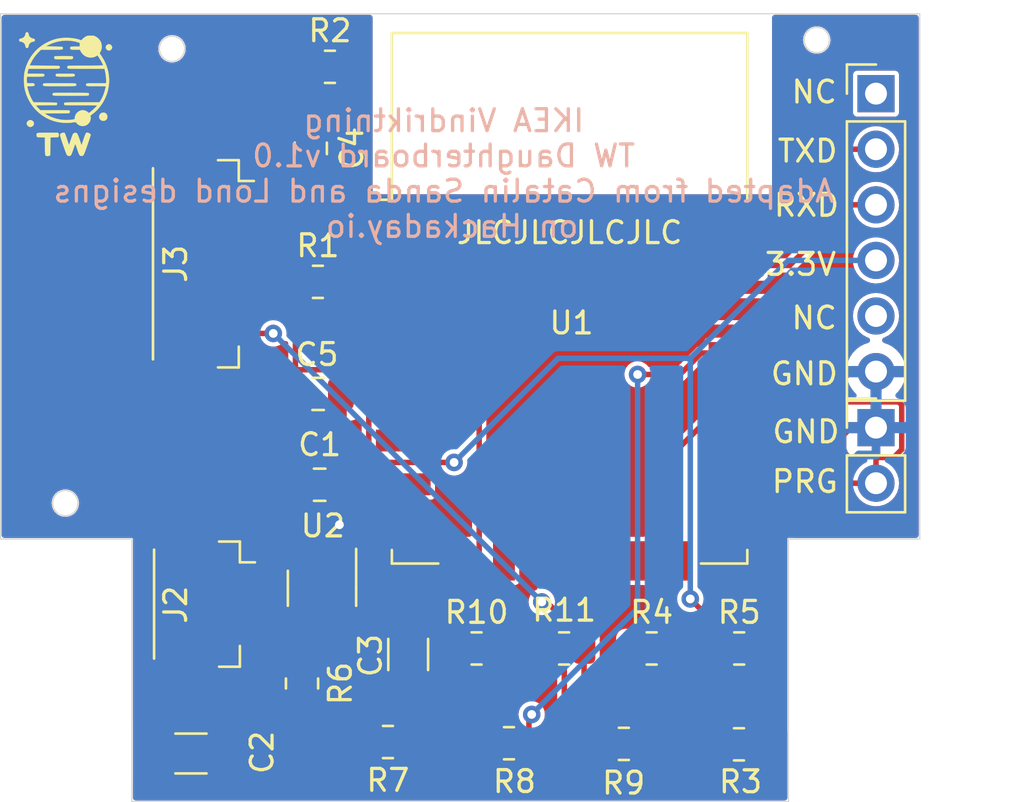
<source format=kicad_pcb>
(kicad_pcb (version 20211014) (generator pcbnew)
  (layers (0 "F.Cu" signal) (31 "B.Cu" signal) (34 "B.Paste" user) (35 "F.Paste" user) (36 "B.SilkS" user "B.Silkscreen") (37 "F.SilkS" user "F.Silkscreen") (38 "B.Mask" user) (39 "F.Mask" user) (44 "Edge.Cuts" user))
  (net 0 "")
  (net 1 "Net-(R5-Pad2)")
  (net 2 "Net-(R4-Pad1)")
  (net 3 "GND")
  (net 4 "LDR_A")
  (net 5 "Net-(R1-Pad2)")
  (net 6 "Net-(R2-Pad2)")
  (net 7 "Net-(J2-Pad2)")
  (net 8 "SensorIn")
  (net 9 "Net-(J4-Pad2)")
  (net 10 "+5V")
  (net 11 "SDA")
  (net 12 "SCL")
  (net 13 "RXD")
  (net 14 "TXD")
  (net 17 "LDR_B")
  (net 18 "ADC")
  (footprint "RF_Module:ESP-12E" (layer "F.Cu") (at 66 93)
    (fp_text reference "U1")
    (fp_text value "ESP-12F")
  )
  (footprint "Connector_Molex:Molex_PicoBlade_53398-0371_1x03-1MP_P1.25mm_Vertical" (layer "F.Cu") (at 49.725 106.975 -90)
    (fp_text reference "J2")
    (fp_text value "Conn_01x03_Male")
  )
  (footprint "Connector_PinHeader_2.54mm:PinHeader_1x06_P2.54mm_Vertical" (layer "F.Cu") (at 80 83.65)
    (fp_text reference "J1" hide)
    (fp_text value "FTDI Connector")
  )
  (footprint "Connector_Molex:Molex_PicoBlade_53398-0671_1x06-1MP_P1.25mm_Vertical" (layer "F.Cu") (at 49.675 91.425 -90)
    (fp_text reference "J3")
    (fp_text value "CJMCU-680")
  )
  (footprint "Resistor_SMD:R_0805_2012Metric" (layer "F.Cu") (at 63.23 113.33)
    (fp_text reference "R8")
    (fp_text value "10K")
  )
  (footprint "Resistor_SMD:R_0805_2012Metric" (layer "F.Cu") (at 69.75 109)
    (fp_text reference "R4")
    (fp_text value "10K")
  )
  (footprint "Resistor_SMD:R_0805_2012Metric" (layer "F.Cu") (at 57.7 113.275)
    (fp_text reference "R7")
    (fp_text value "10K")
  )
  (footprint "Resistor_SMD:R_0805_2012Metric" (layer "F.Cu") (at 55.05 82.425)
    (fp_text reference "R2")
    (fp_text value "10K")
  )
  (footprint "Resistor_SMD:R_0805_2012Metric" (layer "F.Cu") (at 73.75 109)
    (fp_text reference "R5")
    (fp_text value "10K")
  )
  (footprint "Capacitor_SMD:C_0805_2012Metric_Pad1.18x1.45mm_HandSolder" (layer "F.Cu") (at 54.58 101.52)
    (fp_text reference "C1")
    (fp_text value "330nF")
  )
  (footprint "Resistor_SMD:R_0805_2012Metric" (layer "F.Cu") (at 54.5 92.25)
    (fp_text reference "R1")
    (fp_text value "10K")
  )
  (footprint "Resistor_SMD:R_0805_2012Metric" (layer "F.Cu") (at 53.775 110.6 -90)
    (fp_text reference "R6")
    (fp_text value "10K")
  )
  (footprint "Resistor_SMD:R_0805_2012Metric" (layer "F.Cu") (at 73.74 113.38)
    (fp_text reference "R3")
    (fp_text value "10K")
  )
  (footprint "Capacitor_SMD:C_1206_3216Metric_Pad1.33x1.80mm_HandSolder" (layer "F.Cu") (at 58.625 109.275 -90)
    (fp_text reference "C3")
    (fp_text value "1.0uF")
  )
  (footprint "Capacitor_SMD:C_1206_3216Metric_Pad1.33x1.80mm_HandSolder" (layer "F.Cu") (at 48.7 113.8 180)
    (fp_text reference "C2")
    (fp_text value "1.0µF")
  )
  (footprint "Package_TO_SOT_SMD:SOT-23-5" (layer "F.Cu") (at 54.6875 106.25 -90)
    (fp_text reference "U2")
    (fp_text value "AP2202-3V3")
  )
  (footprint "Connector_PinHeader_2.54mm:PinHeader_1x02_P2.54mm_Vertical" (layer "F.Cu") (at 80 98.91)
    (fp_text reference "J4" hide)
    (fp_text value "Conn_01x02_Male")
  )
  (footprint "Capacitor_SMD:C_0805_2012Metric_Pad1.18x1.45mm_HandSolder" (layer "F.Cu") (at 54.175 86.15 -90)
    (fp_text reference "C4")
    (fp_text value "330nF")
  )
  (footprint "Capacitor_SMD:C_0805_2012Metric_Pad1.18x1.45mm_HandSolder" (layer "F.Cu") (at 54.51 97.37)
    (fp_text reference "C5")
    (fp_text value "330nF")
  )
  (footprint "Resistor_SMD:R_0805_2012Metric" (layer "F.Cu") (at 68.48 113.36 180)
    (fp_text reference "R9")
    (fp_text value "220K")
  )
  (footprint "Resistor_SMD:R_0805_2012Metric" (layer "F.Cu") (at 61.75 109)
    (fp_text reference "R10")
    (fp_text value "100K")
  )
  (footprint "Resistor_SMD:R_0805_2012Metric" (layer "F.Cu") (at 65.75 109 180)
    (fp_text reference "R11")
    (fp_text value "10K")
  )
  (gr_poly (pts (xy 41.367056 84.856683) (xy 41.371857 84.857085) (xy 41.381819 84.858661) (xy 41.392166 84.861205) (xy 41.402781 84.864646) (xy 41.413552 84.86891) (xy 41.424363 84.873927) (xy 41.435099 84.879622) (xy 41.445647 84.885924) (xy 41.455891 84.892761) (xy 41.465717 84.900059) (xy 41.475011 84.907748) (xy 41.483658 84.915753) (xy 41.491543 84.924004) (xy 41.498552 84.932427) (xy 41.50457 84.940951) (xy 41.507172 84.945228) (xy 41.509483 84.949502) (xy 41.512886 84.956662) (xy 41.515879 84.963871) (xy 41.518467 84.971119) (xy 41.520653 84.978397) (xy 41.522439 84.985693) (xy 41.523831 84.993) (xy 41.524832 85.000307) (xy 41.525445 85.007604) (xy 41.525674 85.014882) (xy 41.525523 85.02213) (xy 41.524994 85.029339) (xy 41.524093 85.036499) (xy 41.522822 85.043601) (xy 41.521185 85.050635) (xy 41.519186 85.05759) (xy 41.516828 85.064458) (xy 41.514115 85.071228) (xy 41.511051 85.077891) (xy 41.507639 85.084436) (xy 41.503883 85.090855) (xy 41.499787 85.097136) (xy 41.495353 85.103272) (xy 41.490587 85.109251) (xy 41.48549 85.115064) (xy 41.480068 85.120701) (xy 41.474324 85.126153) (xy 41.468261 85.13141) (xy 41.461882 85.136461) (xy 41.455193 85.141298) (xy 41.448195 85.14591) (xy 41.440894 85.150288) (xy 41.433292 85.154421) (xy 41.423621 85.159081) (xy 41.413939 85.163067) (xy 41.404249 85.166378) (xy 41.394555 85.169014) (xy 41.384859 85.170975) (xy 41.375165 85.172263) (xy 41.365475 85.172876) (xy 41.355794 85.172815) (xy 41.346123 85.17208) (xy 41.336467 85.170672) (xy 41.326828 85.16859) (xy 41.317209 85.165834) (xy 41.307614 85.162405) (xy 41.298046 85.158302) (xy 41.288507 85.153527) (xy 41.279002 85.148078) (xy 41.274754 85.14538) (xy 41.270557 85.1425) (xy 41.262339 85.136233) (xy 41.254392 85.129347) (xy 41.246759 85.12191) (xy 41.239485 85.113994) (xy 41.232613 85.105668) (xy 41.226188 85.097002) (xy 41.220252 85.088066) (xy 41.214851 85.07893) (xy 41.210027 85.069664) (xy 41.205826 85.060337) (xy 41.202289 85.051021) (xy 41.199462 85.041784) (xy 41.198329 85.037217) (xy 41.197389 85.032697) (xy 41.196649 85.028231) (xy 41.196113 85.023829) (xy 41.195787 85.019499) (xy 41.195678 85.015251) (xy 41.195929 85.008102) (xy 41.196671 85.000931) (xy 41.197886 84.993756) (xy 41.199559 84.986591) (xy 41.201671 84.979454) (xy 41.204205 84.972361) (xy 41.207145 84.965327) (xy 41.210473 84.95837) (xy 41.214172 84.951505) (xy 41.218226 84.944748) (xy 41.222616 84.938117) (xy 41.227326 84.931627) (xy 41.23234 84.925295) (xy 41.237638 84.919136) (xy 41.243206 84.913167) (xy 41.249025 84.907405) (xy 41.255079 84.901866) (xy 41.261349 84.896565) (xy 41.267821 84.891519) (xy 41.274475 84.886745) (xy 41.281295 84.882259) (xy 41.288265 84.878076) (xy 41.295366 84.874214) (xy 41.302582 84.870689) (xy 41.309896 84.867516) (xy 41.317291 84.864712) (xy 41.324748 84.862293) (xy 41.332253 84.860276) (xy 41.339787 84.858677) (xy 41.347333 84.857513) (xy 41.354874 84.856798) (xy 41.362393 84.85655)) (layer "F.SilkS") (width 0.01) (fill solid))
  (gr_poly (pts (xy 43.968657 85.431403) (xy 43.983794 85.434407) (xy 44.000687 85.438699) (xy 44.01174 85.442055) (xy 44.02272 85.446118) (xy 44.033539 85.450815) (xy 44.044108 85.456074) (xy 44.05434 85.461822) (xy 44.064145 85.467985) (xy 44.073436 85.474492) (xy 44.082124 85.481269) (xy 44.090121 85.488243) (xy 44.097339 85.495342) (xy 44.103688 85.502492) (xy 44.109081 85.509622) (xy 44.113429 85.516658) (xy 44.115184 85.520118) (xy 44.116645 85.523527) (xy 44.1178 85.526876) (xy 44.118639 85.530156) (xy 44.11915 85.533358) (xy 44.119323 85.536474) (xy 44.118535 85.540768) (xy 44.116225 85.549427) (xy 44.107344 85.578895) (xy 44.074728 85.679824) (xy 44.026457 85.824156) (xy 43.96751 85.996788) (xy 43.912035 86.156833) (xy 43.868432 86.278525) (xy 43.833873 86.367107) (xy 43.819101 86.40062) (xy 43.805529 86.427823) (xy 43.792804 86.44937) (xy 43.780571 86.465918) (xy 43.768478 86.478121) (xy 43.756171 86.486636) (xy 43.743296 86.492117) (xy 43.729499 86.495221) (xy 43.714428 86.496603) (xy 43.697727 86.496917) (xy 43.690303 86.496791) (xy 43.683177 86.496388) (xy 43.676329 86.495677) (xy 43.669737 86.494624) (xy 43.663381 86.493197) (xy 43.657239 86.491363) (xy 43.651291 86.489087) (xy 43.645515 86.486339) (xy 43.639891 86.483084) (xy 43.634398 86.47929) (xy 43.629014 86.474923) (xy 43.623719 86.469951) (xy 43.618492 86.464341) (xy 43.613312 86.45806) (xy 43.608157 86.451075) (xy 43.603008 86.443352) (xy 43.597842 86.434859) (xy 43.592639 86.425564) (xy 43.587378 86.415432) (xy 43.582038 86.404432) (xy 43.576599 86.392529) (xy 43.571038 86.379692) (xy 43.565335 86.365886) (xy 43.559469 86.35108) (xy 43.547166 86.318334) (xy 43.533958 86.281188) (xy 43.519681 86.239381) (xy 43.504164 86.192646) (xy 43.473904 86.10195) (xy 43.44774 86.026145) (xy 43.42847 85.973162) (xy 43.422294 85.957708) (xy 43.418891 85.950933) (xy 43.418308 85.950735) (xy 43.417514 85.951182) (xy 43.416515 85.952259) (xy 43.415317 85.953951) (xy 43.412347 85.959119) (xy 43.408653 85.966564) (xy 43.404282 85.976162) (xy 43.399282 85.987793) (xy 43.387588 86.016664) (xy 43.373955 86.052199) (xy 43.358768 86.093422) (xy 43.34241 86.139356) (xy 43.325265 86.189026) (xy 43.305978 86.244754) (xy 43.287786 86.29531) (xy 43.270858 86.340285) (xy 43.255362 86.379269) (xy 43.241466 86.411853) (xy 43.229337 86.437629) (xy 43.219143 86.456187) (xy 43.214825 86.462632) (xy 43.211054 86.467119) (xy 43.207126 86.470813) (xy 43.202978 86.474269) (xy 43.198624 86.477486) (xy 43.194079 86.480465) (xy 43.189355 86.483205) (xy 43.184468 86.485707) (xy 43.179432 86.48797) (xy 43.174259 86.489995) (xy 43.168965 86.491781) (xy 43.163563 86.493329) (xy 43.158068 86.494638) (xy 43.152493 86.495709) (xy 43.146852 86.496541) (xy 43.14116 86.497135) (xy 43.129677 86.497607) (xy 43.118156 86.497126) (xy 43.106709 86.495691) (xy 43.101048 86.494616) (xy 43.095448 86.493302) (xy 43.089923 86.49175) (xy 43.084486 86.489959) (xy 43.079152 86.487931) (xy 43.073934 86.485663) (xy 43.068847 86.483158) (xy 43.063905 86.480414) (xy 43.059122 86.477431) (xy 43.054512 86.47421) (xy 43.050088 86.470751) (xy 43.045865 86.467053) (xy 43.045865 86.467054) (xy 43.045865 86.467055) (xy 43.045865 86.467056) (xy 43.045865 86.467057) (xy 43.045865 86.467058) (xy 43.045865 86.467059) (xy 43.041183 86.461817) (xy 43.035876 86.454142) (xy 43.029898 86.443919) (xy 43.023204 86.431034) (xy 43.015747 86.415373) (xy 43.007483 86.396821) (xy 42.998366 86.375264) (xy 42.98835 86.350589) (xy 42.977389 86.32268) (xy 42.965439 86.291424) (xy 42.938386 86.218411) (xy 42.906827 86.130638) (xy 42.870396 86.027189) (xy 42.814267 85.863284) (xy 42.767336 85.720102) (xy 42.734514 85.613054) (xy 42.724929 85.577895) (xy 42.720713 85.557548) (xy 42.718776 85.538106) (xy 42.71823 85.530068) (xy 42.718056 85.522985) (xy 42.718129 85.519763) (xy 42.71832 85.516732) (xy 42.718638 85.513878) (xy 42.719091 85.511184) (xy 42.719687 85.508635) (xy 42.720435 85.506215) (xy 42.721343 85.503909) (xy 42.722419 85.501701) (xy 42.723673 85.499575) (xy 42.725112 85.497515) (xy 42.726745 85.495507) (xy 42.72858 85.493534) (xy 42.730626 85.491581) (xy 42.732891 85.489632) (xy 42.735383 85.487671) (xy 42.738112 85.485682) (xy 42.74431 85.481562) (xy 42.751552 85.477144) (xy 42.769441 85.466917) (xy 42.782641 85.459927) (xy 42.795808 85.453788) (xy 42.808873 85.448504) (xy 42.821765 85.444078) (xy 42.834414 85.440513) (xy 42.84675 85.437812) (xy 42.858703 85.435979) (xy 42.870201 85.435017) (xy 42.881176 85.434929) (xy 42.891556 85.435719) (xy 42.901272 85.437389) (xy 42.910254 85.439944) (xy 42.914447 85.441554) (xy 42.91843 85.443386) (xy 42.922195 85.445441) (xy 42.925732 85.447719) (xy 42.929032 85.45022) (xy 42.932088 85.452946) (xy 42.93489 85.455896) (xy 42.937429 85.45907) (xy 42.939774 85.463021) (xy 42.942882 85.469453) (xy 42.951176 85.489188) (xy 42.9619 85.517124) (xy 42.974643 85.552109) (xy 42.988995 85.592995) (xy 43.004544 85.63863) (xy 43.020881 85.687865) (xy 43.037593 85.739548) (xy 43.069758 85.838428) (xy 43.097256 85.919402) (xy 43.117167 85.974115) (xy 43.123364 85.989011) (xy 43.125364 85.992888) (xy 43.12657 85.994209) (xy 43.127074 85.993879) (xy 43.127789 85.9929) (xy 43.129826 85.989059) (xy 43.132634 85.982815) (xy 43.136167 85.974298) (xy 43.145217 85.950961) (xy 43.156603 85.920084) (xy 43.169948 85.882701) (xy 43.184879 85.839848) (xy 43.201019 85.792559) (xy 43.217994 85.741869) (xy 43.243693 85.66498) (xy 43.264386 85.604884) (xy 43.281144 85.559209) (xy 43.295039 85.525583) (xy 43.301247 85.512546) (xy 43.307141 85.501632) (xy 43.312856 85.492543) (xy 43.318523 85.484984) (xy 43.324279 85.478657) (xy 43.330256 85.473266) (xy 43.336588 85.468515) (xy 43.34341 85.464106) (xy 43.347852 85.461516) (xy 43.352549 85.458998) (xy 43.357462 85.456565) (xy 43.36255 85.454231) (xy 43.367773 85.452008) (xy 43.373089 85.449909) (xy 43.378459 85.447947) (xy 43.383842 85.446136) (xy 43.389198 85.444489) (xy 43.394484 85.443018) (xy 43.399663 85.441737) (xy 43.404691 85.440659) (xy 43.40953 85.439796) (xy 43.414139 85.439162) (xy 43.418476 85.43877) (xy 43.422502 85.438633) (xy 43.429059 85.438784) (xy 43.435402 85.439275) (xy 43.441549 85.440135) (xy 43.447518 85.441395) (xy 43.453328 85.443086) (xy 43.458997 85.445238) (xy 43.464543 85.447881) (xy 43.469984 85.451045) (xy 43.475338 85.454761) (xy 43.480624 85.459059) (xy 43.485859 85.46397) (xy 43.491062 85.469523) (xy 43.496251 85.47575) (xy 43.501444 85.48268) (xy 43.506659 85.490344) (xy 43.511914 85.498771) (xy 43.517228 85.507994) (xy 43.522619 85.51804) (xy 43.528105 85.528943) (xy 43.533704 85.54073) (xy 43.539434 85.553433) (xy 43.545313 85.567082) (xy 43.55136 85.581708) (xy 43.557592 85.59734) (xy 43.570687 85.631747) (xy 43.584743 85.670544) (xy 43.599904 85.713974) (xy 43.616317 85.762281) (xy 43.700678 86.013218) (xy 43.792218 85.738596) (xy 43.82718 85.634928) (xy 43.855347 85.556282) (xy 43.867548 85.525387) (xy 43.878846 85.499602) (xy 43.889509 85.478544) (xy 43.899802 85.461831) (xy 43.90999 85.449081) (xy 43.915128 85.444073) (xy 43.920339 85.439912) (xy 43.925657 85.436551) (xy 43.931114 85.433942) (xy 43.936745 85.432037) (xy 43.942582 85.430788) (xy 43.955008 85.430069)) (layer "F.SilkS") (width 0.01) (fill solid))
  (gr_poly (pts (xy 44.161888 81.000417) (xy 44.196357 81.001283) (xy 44.211123 81.002059) (xy 44.224548 81.003115) (xy 44.236857 81.004493) (xy 44.248279 81.006231) (xy 44.25904 81.008369) (xy 44.269368 81.010947) (xy 44.279491 81.014005) (xy 44.289634 81.017582) (xy 44.300027 81.021719) (xy 44.310895 81.026454) (xy 44.334969 81.037881) (xy 44.353241 81.047424) (xy 44.371432 81.058043) (xy 44.389469 81.069668) (xy 44.40728 81.082224) (xy 44.424791 81.09564) (xy 44.441931 81.109843) (xy 44.458627 81.124761) (xy 44.474805 81.140321) (xy 44.490394 81.15645) (xy 44.50532 81.173076) (xy 44.519511 81.190127) (xy 44.532895 81.20753) (xy 44.545398 81.225213) (xy 44.556948 81.243103) (xy 44.567472 81.261128) (xy 44.576898 81.279215) (xy 44.582033 81.289975) (xy 44.586744 81.300426) (xy 44.59105 81.310656) (xy 44.594972 81.320752) (xy 44.59853 81.330803) (xy 44.601745 81.340896) (xy 44.604637 81.351119) (xy 44.607226 81.361559) (xy 44.609531 81.372305) (xy 44.611575 81.383443) (xy 44.613376 81.395063) (xy 44.614956 81.40725) (xy 44.616333 81.420094) (xy 44.61753 81.433682) (xy 44.618565 81.448101) (xy 44.619459 81.46344) (xy 44.620405 81.484879) (xy 44.620893 81.50501) (xy 44.62089 81.523996) (xy 44.62036 81.542) (xy 44.619267 81.559187) (xy 44.617578 81.57572) (xy 44.615257 81.591762) (xy 44.61227 81.607477) (xy 44.608581 81.623029) (xy 44.604156 81.63858) (xy 44.598959 81.654296) (xy 44.592956 81.670339) (xy 44.586111 81.686873) (xy 44.57839 81.704062) (xy 44.569758 81.722068) (xy 44.56018 81.741057) (xy 44.526093 81.807227) (xy 44.613878 81.936704) (xy 44.70287 82.080082) (xy 44.77861 82.227639) (xy 44.841142 82.378655) (xy 44.890508 82.532412) (xy 44.926752 82.688192) (xy 44.949915 82.845276) (xy 44.96004 83.002944) (xy 44.957171 83.16048) (xy 44.94135 83.317163) (xy 44.91262 83.472275) (xy 44.871023 83.625098) (xy 44.816602 83.774913) (xy 44.749401 83.921001) (xy 44.669461 84.062644) (xy 44.576826 84.199123) (xy 44.52576 84.265201) (xy 44.471537 84.329719) (xy 44.43631 84.369007) (xy 44.401497 84.40587) (xy 44.366524 84.44083) (xy 44.348799 84.457762) (xy 44.330817 84.474414) (xy 44.312508 84.490853) (xy 44.2938 84.507145) (xy 44.254898 84.539547) (xy 44.213537 84.572144) (xy 44.16914 84.605462) (xy 44.106509 84.651449) (xy 44.114409 84.72561) (xy 44.115969 84.744943) (xy 44.116528 84.764107) (xy 44.116109 84.783075) (xy 44.114734 84.801821) (xy 44.112425 84.820317) (xy 44.109203 84.838537) (xy 44.105092 84.856455) (xy 44.100113 84.874044) (xy 44.094288 84.891278) (xy 44.08764 84.908131) (xy 44.080191 84.924574) (xy 44.071963 84.940584) (xy 44.062977 84.956131) (xy 44.053257 84.971191) (xy 44.042824 84.985737) (xy 44.0317 84.999742) (xy 44.019908 85.013179) (xy 44.00747 85.026022) (xy 43.994407 85.038245) (xy 43.980743 85.049821) (xy 43.966499 85.060724) (xy 43.951697 85.070926) (xy 43.936359 85.080402) (xy 43.920508 85.089125) (xy 43.904166 85.097068) (xy 43.887354 85.104206) (xy 43.870096 85.110511) (xy 43.852412 85.115956) (xy 43.834326 85.120516) (xy 43.81586 85.124164) (xy 43.797035 85.126874) (xy 43.777873 85.128618) (xy 43.761846 85.129321) (xy 43.74514 85.129441) (xy 43.728246 85.129014) (xy 43.711655 85.128076) (xy 43.695859 85.126661) (xy 43.681348 85.124807) (xy 43.668614 85.122547) (xy 43.663066 85.121277) (xy 43.658147 85.119919) (xy 43.658148 85.119919) (xy 43.645836 85.115841) (xy 43.63339 85.111099) (xy 43.62086 85.105728) (xy 43.608299 85.099764) (xy 43.595758 85.093242) (xy 43.583289 85.086196) (xy 43.570945 85.078663) (xy 43.558777 85.070678) (xy 43.546836 85.062276) (xy 43.535176 85.053492) (xy 43.523847 85.044361) (xy 43.512902 85.034919) (xy 43.502392 85.025201) (xy 43.49237 85.015242) (xy 43.482887 85.005078) (xy 43.473995 84.994743) (xy 43.46768 84.98718) (xy 43.461861 84.980454) (xy 43.456463 84.974525) (xy 43.451407 84.969355) (xy 43.446618 84.964907) (xy 43.4443 84.962942) (xy 43.442019 84.961143) (xy 43.439767 84.959504) (xy 43.437533 84.958023) (xy 43.435309 84.956693) (xy 43.433084 84.955509) (xy 43.430848 84.954468) (xy 43.428594 84.953564) (xy 43.426309 84.952793) (xy 43.423987 84.95215) (xy 43.421615 84.951629) (xy 43.419186 84.951226) (xy 43.416689 84.950937) (xy 43.414114 84.950757) (xy 43.411453 84.95068) (xy 43.408696 84.950703) (xy 43.402854 84.951026) (xy 43.396511 84.951687) (xy 43.38959 84.95265) (xy 43.313716 84.963832) (xy 43.2482 84.972592) (xy 43.190473 84.979108) (xy 43.137964 84.983553) (xy 43.088103 84.986104) (xy 43.038318 84.986936) (xy 42.98604 84.986225) (xy 42.928698 84.984147) (xy 42.852711 84.97949) (xy 42.778085 84.972332) (xy 42.704764 84.962653) (xy 42.632693 84.950433) (xy 42.561815 84.935652) (xy 42.492073 84.91829) (xy 42.423413 84.898328) (xy 42.355778 84.875744) (xy 42.289111 84.85052) (xy 42.223357 84.822635) (xy 42.15846 84.79207) (xy 42.094363 84.758803) (xy 42.03101 84.722816) (xy 41.968346 84.684089) (xy 41.906313 84.6426) (xy 41.844857 84.598332) (xy 41.773846 84.542532) (xy 41.705558 84.483221) (xy 41.6401 84.420573) (xy 41.577579 84.354761) (xy 41.518101 84.28596) (xy 41.461774 84.214342) (xy 41.408704 84.140081) (xy 41.358998 84.063351) (xy 41.312764 83.984326) (xy 41.270108 83.903178) (xy 41.231136 83.820082) (xy 41.195957 83.735211) (xy 41.164677 83.648738) (xy 41.137403 83.560838) (xy 41.114242 83.471684) (xy 41.0953 83.381449) (xy 41.08929 83.344838) (xy 41.084066 83.304538) (xy 41.075978 83.215163) (xy 41.071043 83.117904) (xy 41.069271 83.017342) (xy 41.069411 83.007444) (xy 41.197733 83.007444) (xy 41.197929 83.040437) (xy 41.199388 83.072821) (xy 41.202003 83.102958) (xy 41.203711 83.116671) (xy 41.205667 83.129207) (xy 41.20786 83.140361) (xy 41.210274 83.149929) (xy 41.212897 83.157704) (xy 41.215716 83.163483) (xy 41.216324 83.164151) (xy 41.21731 83.164811) (xy 41.220376 83.166098) (xy 41.224838 83.16734) (xy 41.230617 83.168529) (xy 41.237637 83.169659) (xy 41.24582 83.170723) (xy 41.255088 83.171716) (xy 41.265365 83.172631) (xy 41.288633 83.174203) (xy 41.315005 83.175388) (xy 41.343863 83.176136) (xy 41.374587 83.176397) (xy 41.420097 83.176553) (xy 41.455795 83.17716) (xy 41.483024 83.178428) (xy 41.493882 83.179375) (xy 41.503127 83.180565) (xy 41.510927 83.182025) (xy 41.51745 83.18378) (xy 41.522863 83.185858) (xy 41.527335 83.188283) (xy 41.531034 83.191082) (xy 41.534127 83.194282) (xy 41.536784 83.197907) (xy 41.539171 83.201985) (xy 41.54303 83.209494) (xy 41.546389 83.216675) (xy 41.549236 83.223533) (xy 41.551563 83.230074) (xy 41.55336 83.236305) (xy 41.554617 83.242232) (xy 41.555325 83.24786) (xy 41.555475 83.253194) (xy 41.555056 83.258242) (xy 41.55406 83.263009) (xy 41.552477 83.2675) (xy 41.550296 83.271722) (xy 41.54751 83.275681) (xy 41.544108 83.279383) (xy 41.54008 83.282832) (xy 41.535418 83.286036) (xy 41.530111 83.289) (xy 41.524151 83.29173) (xy 41.517527 83.294232) (xy 41.51023 83.296512) (xy 41.502251 83.298576) (xy 41.493579 83.300429) (xy 41.484207 83.302078) (xy 41.474123 83.303528) (xy 41.463318 83.304786) (xy 41.451784 83.305857) (xy 41.43951 83.306746) (xy 41.426487 83.307461) (xy 41.398155 83.308389) (xy 41.366712 83.308688) (xy 41.329811 83.308898) (xy 41.299032 83.309553) (xy 41.274005 83.310697) (xy 41.254361 83.312372) (xy 41.246442 83.313422) (xy 41.23973 83.31462) (xy 41.234179 83.315972) (xy 41.229744 83.317483) (xy 41.226377 83.319159) (xy 41.224033 83.321004) (xy 41.222666 83.323024) (xy 41.222229 83.325225) (xy 41.222857 83.33355) (xy 41.224601 83.34531) (xy 41.231026 83.377578) (xy 41.240681 83.418915) (xy 41.252744 83.466208) (xy 41.266394 83.516341) (xy 41.280808 83.566202) (xy 41.295165 83.612675) (xy 41.308642 83.652647) (xy 41.325942 83.697537) (xy 41.347556 83.748278) (xy 41.372074 83.802022) (xy 41.398081 83.855918) (xy 41.424168 83.907119) (xy 41.44892 83.952776) (xy 41.470928 83.990039) (xy 41.480461 84.004633) (xy 41.488777 84.016061) (xy 41.51486 84.04922) (xy 42.03844 84.052678) (xy 42.321372 84.055183) (xy 42.414275 84.056877) (xy 42.480903 84.059161) (xy 42.525831 84.062253) (xy 42.553636 84.066375) (xy 42.562547 84.068891) (xy 42.568894 84.071747) (xy 42.573247 84.07497) (xy 42.576179 84.078589) (xy 42.577874 84.081494) (xy 42.579352 84.084492) (xy 42.580613 84.087587) (xy 42.581657 84.090783) (xy 42.582484 84.094081) (xy 42.583095 84.097487) (xy 42.583489 84.101002) (xy 42.583667 84.10463) (xy 42.583628 84.108375) (xy 42.583373 84.112239) (xy 42.582902 84.116226) (xy 42.582214 84.12034) (xy 42.58131 84.124582) (xy 42.580191 84.128958) (xy 42.578854 84.13347) (xy 42.577302 84.13812) (xy 42.564266 84.175199) (xy 42.091639 84.178673) (xy 41.908126 84.180886) (xy 41.757845 84.184341) (xy 41.656304 84.188567) (xy 41.628657 84.190821) (xy 41.621463 84.191957) (xy 41.619011 84.19309) (xy 41.61914 84.193784) (xy 41.619522 84.194731) (xy 41.62102 84.197356) (xy 41.623455 84.20091) (xy 41.626777 84.205335) (xy 41.630935 84.210572) (xy 41.635879 84.216565) (xy 41.647922 84.230586) (xy 41.662503 84.246938) (xy 41.679218 84.26516) (xy 41.697662 84.284791) (xy 41.717433 84.305371) (xy 41.815855 84.406709) (xy 42.46575 84.406709) (xy 42.747277 84.407596) (xy 42.955761 84.410216) (xy 43.08811 84.414506) (xy 43.124769 84.417258) (xy 43.141235 84.420404) (xy 43.144104 84.422122) (xy 43.146804 84.424105) (xy 43.149335 84.426338) (xy 43.151696 84.428806) (xy 43.153886 84.431493) (xy 43.155904 84.434384) (xy 43.157751 84.437464) (xy 43.159424 84.440718) (xy 43.160924 84.44413) (xy 43.16225 84.447686) (xy 43.163401 84.451371) (xy 43.164376 84.455168) (xy 43.165176 84.459063) (xy 43.165799 84.46304) (xy 43.166244 84.467085) (xy 43.166511 84.471183) (xy 43.1666 84.475317) (xy 43.166509 84.479473) (xy 43.166238 84.483636) (xy 43.165787 84.48779) (xy 43.165154 84.49192) (xy 43.164339 84.496012) (xy 43.163341 84.500049) (xy 43.16216 84.504017) (xy 43.160795 84.507901) (xy 43.159246 84.511685) (xy 43.157511 84.515353) (xy 43.15559 84.518892) (xy 43.153483 84.522285) (xy 43.151188 84.525518) (xy 43.148706 84.528575) (xy 43.146035 84.531442) (xy 43.144159 84.533105) (xy 43.141906 84.53468) (xy 43.139208 84.536167) (xy 43.135999 84.537571) (xy 43.132212 84.538893) (xy 43.12778 84.540136) (xy 43.122636 84.541302) (xy 43.116713 84.542393) (xy 43.109945 84.543413) (xy 43.102264 84.544363) (xy 43.0839 84.546065) (xy 43.061084 84.547518) (xy 43.033283 84.548742) (xy 42.999962 84.549757) (xy 42.960587 84.550582) (xy 42.914623 84.551237) (xy 42.861535 84.551741) (xy 42.731851 84.552376) (xy 42.567259 84.552643) (xy 42.009271 84.553056) (xy 42.062188 84.586421) (xy 42.099299 84.609174) (xy 42.136695 84.630794) (xy 42.174506 84.651328) (xy 42.212865 84.670823) (xy 42.2519 84.689327) (xy 42.291744 84.706887) (xy 42.332525 84.72355) (xy 42.374376 84.739365) (xy 42.417426 84.754377) (xy 42.461806 84.768636) (xy 42.507647 84.782187) (xy 42.555079 84.79508) (xy 42.604233 84.80736) (xy 42.65524 84.819076) (xy 42.70823 84.830275) (xy 42.763334 84.841004) (xy 42.783303 84.844106) (xy 42.807488 84.846807) (xy 42.866101 84.851002) (xy 42.934362 84.853579) (xy 43.007459 84.854529) (xy 43.080584 84.853844) (xy 43.148925 84.851515) (xy 43.207673 84.847533) (xy 43.231946 84.84492) (xy 43.252016 84.84189) (xy 43.252017 84.84189) (xy 43.361954 84.821794) (xy 43.366201 84.820904) (xy 43.368174 84.820401) (xy 43.37005 84.819855) (xy 43.371831 84.819262) (xy 43.373518 84.818619) (xy 43.375115 84.817922) (xy 43.376622 84.817168) (xy 43.378043 84.816352) (xy 43.379379 84.815473) (xy 43.380633 84.814525) (xy 43.381807 84.813506) (xy 43.382902 84.812412) (xy 43.383922 84.811239) (xy 43.384867 84.809985) (xy 43.385741 84.808644) (xy 43.386545 84.807214) (xy 43.387282 84.805692) (xy 43.387954 84.804073) (xy 43.388562 84.802355) (xy 43.38911 84.800533) (xy 43.389598 84.798604) (xy 43.39003 84.796565) (xy 43.390407 84.794412) (xy 43.390732 84.792141) (xy 43.391007 84.78975) (xy 43.391414 84.784589) (xy 43.391646 84.778902) (xy 43.391719 84.77266) (xy 43.392225 84.754842) (xy 43.393723 84.737142) (xy 43.396185 84.71959) (xy 43.39958 84.702216) (xy 43.40388 84.685048) (xy 43.409056 84.668115) (xy 43.415079 84.651448) (xy 43.421919 84.635076) (xy 43.429547 84.619027) (xy 43.437935 84.603331) (xy 43.447052 84.588018) (xy 43.456871 84.573116) (xy 43.467361 84.558656) (xy 43.478493 84.544665) (xy 43.490239 84.531175) (xy 43.502569 84.518214) (xy 43.515454 84.505811) (xy 43.528865 84.493996) (xy 43.542773 84.482797) (xy 43.557149 84.472245) (xy 43.571963 84.462369) (xy 43.587186 84.453198) (xy 43.60279 84.444761) (xy 43.618745 84.437087) (xy 43.635021 84.430207) (xy 43.65159 84.424149) (xy 43.668423 84.418942) (xy 43.685491 84.414616) (xy 43.702763 84.411201) (xy 43.720212 84.408725) (xy 43.737808 84.407218) (xy 43.755521 84.406709) (xy 43.769315 84.407141) (xy 43.783644 84.40841) (xy 43.798407 84.410478) (xy 43.813501 84.413307) (xy 43.828825 84.416857) (xy 43.844275 84.421091) (xy 43.85975 84.42597) (xy 43.875147 84.431455) (xy 43.890364 84.437508) (xy 43.9053 84.44409) (xy 43.919851 84.451163) (xy 43.933915 84.458688) (xy 43.94739 84.466627) (xy 43.960174 84.474941) (xy 43.972165 84.483591) (xy 43.98326 84.49254) (xy 44.037865 84.539279) (xy 44.134818 84.462127) (xy 44.174853 84.428819) (xy 44.219302 84.389472) (xy 44.265159 84.347036) (xy 44.309418 84.30446) (xy 44.349074 84.264693) (xy 44.381121 84.230684) (xy 44.393351 84.216761) (xy 44.402553 84.205384) (xy 44.408349 84.196921) (xy 44.409853 84.193897) (xy 44.410365 84.191741) (xy 44.406535 84.19073) (xy 44.395298 84.189747) (xy 44.352117 84.187886) (xy 44.193522 84.18473) (xy 43.958802 84.182597) (xy 43.672177 84.181813) (xy 43.321262 84.181016) (xy 43.090944 84.178364) (xy 43.015229 84.176221) (xy 42.962727 84.173468) (xy 42.931127 84.170057) (xy 42.922442 84.168089) (xy 42.918115 84.165938) (xy 42.916498 84.164143) (xy 42.914926 84.162047) (xy 42.913408 84.159678) (xy 42.911951 84.15706) (xy 42.910564 84.15422) (xy 42.909255 84.151183) (xy 42.908032 84.147976) (xy 42.906903 84.144623) (xy 42.905877 84.141151) (xy 42.904961 84.137585) (xy 42.904163 84.133951) (xy 42.903493 84.130275) (xy 42.902957 84.126583) (xy 42.902564 84.122901) (xy 42.902322 84.119254) (xy 42.90224 84.115667) (xy 42.902322 84.112081) (xy 42.902564 84.108434) (xy 42.902957 84.104752) (xy 42.903493 84.10106) (xy 42.904163 84.097384) (xy 42.904961 84.09375) (xy 42.905877 84.090184) (xy 42.906903 84.086712) (xy 42.908032 84.083359) (xy 42.909255 84.080152) (xy 42.910564 84.077115) (xy 42.911951 84.074275) (xy 42.913408 84.071657) (xy 42.914926 84.069288) (xy 42.916498 84.067192) (xy 42.918115 84.065397) (xy 42.919788 84.064296) (xy 42.922586 84.063242) (xy 42.931713 84.061271) (xy 42.945808 84.059478) (xy 42.965189 84.057857) (xy 42.990168 84.0564) (xy 43.021061 84.055103) (xy 43.101845 84.052962) (xy 43.210061 84.051382) (xy 43.348223 84.050316) (xy 43.51885 84.049712) (xy 43.724459 84.049522) (xy 44.514927 84.049522) (xy 44.553492 83.993298) (xy 44.563098 83.9789) (xy 44.572936 83.963399) (xy 44.593119 83.929461) (xy 44.613663 83.892234) (xy 44.634195 83.852468) (xy 44.654339 83.810912) (xy 44.67372 83.768317) (xy 44.691962 83.725433) (xy 44.708691 83.68301) (xy 44.722857 83.642801) (xy 44.738683 83.593468) (xy 44.755074 83.538963) (xy 44.770937 83.483234) (xy 44.785179 83.430232) (xy 44.796706 83.383906) (xy 44.804424 83.348207) (xy 44.806513 83.335576) (xy 44.80724 83.327084) (xy 44.807022 83.325682) (xy 44.806341 83.32435) (xy 44.805157 83.323087) (xy 44.803431 83.321891) (xy 44.801122 83.32076) (xy 44.798191 83.319692) (xy 44.794599 83.318686) (xy 44.790305 83.31774) (xy 44.785269 83.316853) (xy 44.779453 83.316023) (xy 44.765316 83.314525) (xy 44.747578 83.313234) (xy 44.72592 83.312136) (xy 44.700022 83.311218) (xy 44.669568 83.310466) (xy 44.634238 83.309866) (xy 44.593715 83.309406) (xy 44.547681 83.309072) (xy 44.495816 83.30885) (xy 44.373324 83.308688) (xy 44.220203 83.308547) (xy 44.104971 83.307614) (xy 44.022242 83.305124) (xy 43.991383 83.303056) (xy 43.966631 83.300312) (xy 43.947311 83.296796) (xy 43.932752 83.292412) (xy 43.922279 83.287066) (xy 43.91522 83.280661) (xy 43.910901 83.273102) (xy 43.90865 83.264293) (xy 43.907657 83.242543) (xy 43.90779 83.230938) (xy 43.908085 83.225683) (xy 43.908646 83.220777) (xy 43.909558 83.216207) (xy 43.910172 83.214045) (xy 43.910906 83.211963) (xy 43.91177 83.209959) (xy 43.912776 83.208032) (xy 43.913934 83.20618) (xy 43.915254 83.204401) (xy 43.916747 83.202695) (xy 43.918424 83.20106) (xy 43.920295 83.199493) (xy 43.922372 83.197995) (xy 43.924664 83.196563) (xy 43.927183 83.195195) (xy 43.929939 83.193891) (xy 43.932942 83.192649) (xy 43.936205 83.191467) (xy 43.939736 83.190343) (xy 43.947649 83.188267) (xy 43.956767 83.186407) (xy 43.967175 83.184753) (xy 43.978957 83.183292) (xy 43.992201 83.182012) (xy 44.006991 83.180901) (xy 44.023412 83.179947) (xy 44.04155 83.179138) (xy 44.061489 83.178463) (xy 44.083316 83.177908) (xy 44.107116 83.177463) (xy 44.160976 83.176853) (xy 44.22375 83.176535) (xy 44.378775 83.176397) (xy 44.818144 83.176397) (xy 44.826904 83.124547) (xy 44.827717 83.118453) (xy 44.828352 83.110937) (xy 44.829101 83.092065) (xy 44.829178 83.068786) (xy 44.828609 83.041953) (xy 44.827421 83.012423) (xy 44.825641 82.981049) (xy 44.823295 82.948685) (xy 44.820409 82.916188) (xy 44.815527 82.868565) (xy 44.810503 82.825418) (xy 44.80499 82.784678) (xy 44.79864 82.744278) (xy 44.791104 82.702148) (xy 44.782034 82.656221) (xy 44.771083 82.604429) (xy 44.757902 82.544704) (xy 44.751239 82.514938) (xy 43.923693 82.514938) (xy 43.476669 82.514313) (xy 43.224258 82.511447) (xy 43.15296 82.508709) (xy 43.10863 82.504853) (xy 43.084037 82.499693) (xy 43.071953 82.493044) (xy 43.069218 82.490454) (xy 43.066654 82.487789) (xy 43.064261 82.485056) (xy 43.062039 82.482256) (xy 43.059988 82.479395) (xy 43.058108 82.476477) (xy 43.056399 82.473505) (xy 43.054863 82.470484) (xy 43.053497 82.467418) (xy 43.052303 82.46431) (xy 43.051281 82.461165) (xy 43.050431 82.457986) (xy 43.049753 82.454778) (xy 43.049247 82.451545) (xy 43.048913 82.448291) (xy 43.048751 82.445019) (xy 43.048761 82.441734) (xy 43.048944 82.43844) (xy 43.049299 82.435141) (xy 43.049827 82.43184) (xy 43.050527 82.428543) (xy 43.051401 82.425252) (xy 43.052447 82.421972) (xy 43.053666 82.418708) (xy 43.055058 82.415462) (xy 43.056623 82.412239) (xy 43.058361 82.409043) (xy 43.060273 82.405879) (xy 43.062358 82.402749) (xy 43.064617 82.399658) (xy 43.067049 82.396611) (xy 43.069655 82.39361) (xy 43.071686 82.391524) (xy 43.073974 82.38956) (xy 43.076644 82.387716) (xy 43.079824 82.385988) (xy 43.083639 82.384371) (xy 43.088218 82.382863) (xy 43.093686 82.38146) (xy 43.10017 82.380157) (xy 43.107797 82.378952) (xy 43.116693 82.377839) (xy 43.126986 82.376816) (xy 43.1388 82.37588) (xy 43.152264 82.375025) (xy 43.167504 82.374248) (xy 43.184646 82.373547) (xy 43.203818 82.372916) (xy 43.248755 82.371852) (xy 43.303328 82.371027) (xy 43.368551 82.37041) (xy 43.445436 82.369973) (xy 43.534997 82.369685) (xy 43.638246 82.369517) (xy 43.889863 82.369417) (xy 44.228548 82.368558) (xy 44.479196 82.366057) (xy 44.634757 82.362027) (xy 44.674676 82.359473) (xy 44.688178 82.356581) (xy 44.686383 82.346238) (xy 44.681231 82.330841) (xy 44.673071 82.311013) (xy 44.662252 82.287379) (xy 44.63403 82.231185) (xy 44.599355 82.16725) (xy 44.561017 82.100566) (xy 44.521807 82.036124) (xy 44.484513 81.978915) (xy 44.467458 81.954583) (xy 44.451927 81.933931) (xy 44.426729 81.901934) (xy 44.375552 81.932197) (xy 44.353979 81.944237) (xy 44.332033 81.955086) (xy 44.309754 81.964754) (xy 44.287181 81.97325) (xy 44.264356 81.980584) (xy 44.241318 81.986765) (xy 44.218107 81.991802) (xy 44.194764 81.995705) (xy 44.171329 81.998483) (xy 44.147841 82.000146) (xy 44.124342 82.000704) (xy 44.100871 82.000164) (xy 44.077469 81.998538) (xy 44.054176 81.995834) (xy 44.031031 81.992062) (xy 44.008076 81.987231) (xy 43.98535 81.981351) (xy 43.962893 81.97443) (xy 43.940746 81.96648) (xy 43.918949 81.957508) (xy 43.897541 81.947524) (xy 43.876564 81.936539) (xy 43.856058 81.92456) (xy 43.836062 81.911598) (xy 43.816617 81.897662) (xy 43.797762 81.882762) (xy 43.779539 81.866907) (xy 43.761988 81.850105) (xy 43.745147 81.832368) (xy 43.729059 81.813703) (xy 43.713762 81.794122) (xy 43.699297 81.773632) (xy 43.688003 81.756292) (xy 43.677467 81.739169) (xy 43.667918 81.722707) (xy 43.659589 81.707347) (xy 43.652709 81.693532) (xy 43.64751 81.681704) (xy 43.645612 81.676674) (xy 43.644221 81.672306) (xy 43.643365 81.668656) (xy 43.643073 81.665779) (xy 43.643021 81.663763) (xy 43.642845 81.661863) (xy 43.642514 81.660075) (xy 43.642282 81.659222) (xy 43.642 81.658395) (xy 43.641665 81.657595) (xy 43.641273 81.656821) (xy 43.64082 81.656073) (xy 43.640303 81.655349) (xy 43.639717 81.65465) (xy 43.639059 81.653976) (xy 43.638326 81.653325) (xy 43.637513 81.652698) (xy 43.636618 81.652093) (xy 43.635635 81.651512) (xy 43.634562 81.650952) (xy 43.633395 81.650414) (xy 43.63213 81.649897) (xy 43.630763 81.649401) (xy 43.629291 81.648926) (xy 43.62771 81.64847) (xy 43.624205 81.647618) (xy 43.620219 81.64684) (xy 43.615723 81.646135) (xy 43.610686 81.645497) (xy 43.60508 81.644924) (xy 43.598873 81.644413) (xy 43.592037 81.643959) (xy 43.584542 81.643561) (xy 43.576357 81.643214) (xy 43.567454 81.642914) (xy 43.557802 81.642659) (xy 43.547373 81.642446) (xy 43.524059 81.642129) (xy 43.497277 81.641935) (xy 43.466787 81.641839) (xy 43.432352 81.641813) (xy 43.373172 81.641624) (xy 43.325216 81.640978) (xy 43.287192 81.63976) (xy 43.257808 81.637854) (xy 43.235773 81.635143) (xy 43.227108 81.63345) (xy 43.219795 81.631512) (xy 43.213673 81.629315) (xy 43.208582 81.626844) (xy 43.204358 81.624086) (xy 43.200841 81.621025) (xy 43.19817 81.618159) (xy 43.195688 81.615102) (xy 43.193393 81.611869) (xy 43.191286 81.608475) (xy 43.189365 81.604937) (xy 43.18763 81.601268) (xy 43.18608 81.597484) (xy 43.184716 81.593601) (xy 43.183535 81.589633) (xy 43.182537 81.585595) (xy 43.181089 81.577374) (xy 43.180367 81.569057) (xy 43.180365 81.560766) (xy 43.181077 81.552624) (xy 43.1817 81.548646) (xy 43.182499 81.544751) (xy 43.183475 81.540954) (xy 43.184626 81.53727) (xy 43.185952 81.533714) (xy 43.187452 81.530301) (xy 43.189125 81.527047) (xy 43.190971 81.523967) (xy 43.19299 81.521076) (xy 43.19518 81.518389) (xy 43.19754 81.515922) (xy 43.200071 81.513689) (xy 43.202772 81.511705) (xy 43.205641 81.509987) (xy 43.209252 81.508577) (xy 43.214673 81.50721) (xy 43.2218 81.505892) (xy 43.230527 81.504631) (xy 43.252366 81.502304) (xy 43.279354 81.500281) (xy 43.310655 81.498615) (xy 43.345432 81.49736) (xy 43.38285 81.496568) (xy 43.422072 81.496293) (xy 43.612913 81.496293) (xy 43.62076 81.420267) (xy 43.622132 81.404791) (xy 43.623017 81.389959) (xy 43.623425 81.376123) (xy 43.623364 81.363637) (xy 43.622842 81.352853) (xy 43.622412 81.348209) (xy 43.621869 81.344123) (xy 43.621217 81.34064) (xy 43.620454 81.337802) (xy 43.619583 81.335655) (xy 43.618605 81.334241) (xy 43.614016 81.33131) (xy 43.605411 81.327449) (xy 43.578076 81.317491) (xy 43.540441 81.305461) (xy 43.496347 81.292455) (xy 43.449633 81.279568) (xy 43.404142 81.267895) (xy 43.363713 81.258531) (xy 43.346598 81.255057) (xy 43.332188 81.252571) (xy 43.266372 81.243375) (xy 43.203482 81.236111) (xy 43.143208 81.230767) (xy 43.085237 81.227329) (xy 43.02926 81.225784) (xy 42.974965 81.226117) (xy 42.922043 81.228316) (xy 42.870182 81.232367) (xy 42.823052 81.237413) (xy 42.776635 81.243378) (xy 42.730897 81.25027) (xy 42.685799 81.258101) (xy 42.641304 81.266882) (xy 42.597378 81.276621) (xy 42.553982 81.287331) (xy 42.51108 81.299021) (xy 42.468635 81.311702) (xy 42.426611 81.325384) (xy 42.384972 81.340078) (xy 42.343679 81.355795) (xy 42.302698 81.372544) (xy 42.26199 81.390337) (xy 42.22152 81.409183) (xy 42.18125 81.429094) (xy 42.062188 81.489678) (xy 42.443024 81.496293) (xy 42.577626 81.498746) (xy 42.67858 81.501389) (xy 42.750734 81.505116) (xy 42.777525 81.507668) (xy 42.798933 81.510826) (xy 42.815565 81.514704) (xy 42.828025 81.519414) (xy 42.83692 81.525068) (xy 42.842856 81.531777) (xy 42.846438 81.539655) (xy 42.848272 81.548812) (xy 42.849121 81.571415) (xy 42.849044 81.583733) (xy 42.848738 81.589313) (xy 42.848129 81.594524) (xy 42.847124 81.599377) (xy 42.846444 81.601674) (xy 42.84563 81.603887) (xy 42.844669 81.606017) (xy 42.843551 81.608065) (xy 42.842264 81.610034) (xy 42.840796 81.611925) (xy 42.839136 81.613739) (xy 42.837271 81.615479) (xy 42.83519 81.617145) (xy 42.832882 81.618739) (xy 42.830334 81.620263) (xy 42.827535 81.621718) (xy 42.824473 81.623107) (xy 42.821137 81.624429) (xy 42.817515 81.625688) (xy 42.813595 81.626885) (xy 42.804815 81.629098) (xy 42.794704 81.631081) (xy 42.783167 81.632846) (xy 42.770112 81.634406) (xy 42.755446 81.635774) (xy 42.739073 81.636962) (xy 42.720902 81.637983) (xy 42.700838 81.63885) (xy 42.678788 81.639575) (xy 42.654659 81.640171) (xy 42.628357 81.64065) (xy 42.568859 81.641311) (xy 42.499547 81.641658) (xy 42.328488 81.641813) (xy 41.849229 81.641813) (xy 41.741044 81.750954) (xy 41.713795 81.778886) (xy 41.687497 81.806755) (xy 41.662114 81.834608) (xy 41.637611 81.862493) (xy 41.613952 81.89046) (xy 41.591101 81.918556) (xy 41.569024 81.94683) (xy 41.547685 81.97533) (xy 41.527047 82.004105) (xy 41.507077 82.033202) (xy 41.487738 82.062672) (xy 41.468995 82.092561) (xy 41.450813 82.122918) (xy 41.433155 82.153792) (xy 41.415987 82.18523) (xy 41.399274 82.217282) (xy 41.325115 82.362803) (xy 42.000577 82.369418) (xy 42.314511 82.37332) (xy 42.526328 82.378058) (xy 42.597689 82.38086) (xy 42.648018 82.384015) (xy 42.678813 82.387571) (xy 42.687354 82.389515) (xy 42.691574 82.391576) (xy 42.693701 82.3939) (xy 42.695662 82.396435) (xy 42.697458 82.399169) (xy 42.69909 82.402085) (xy 42.700559 82.405168) (xy 42.701866 82.408405) (xy 42.703013 82.41178) (xy 42.704002 82.415278) (xy 42.704832 82.418884) (xy 42.705505 82.422583) (xy 42.706386 82.430201) (xy 42.706655 82.438013) (xy 42.70632 82.4459) (xy 42.705392 82.453743) (xy 42.703881 82.461421) (xy 42.701795 82.468817) (xy 42.699144 82.47581) (xy 42.697609 82.479118) (xy 42.695938 82.482281) (xy 42.694129 82.485283) (xy 42.692186 82.488111) (xy 42.690108 82.490748) (xy 42.687898 82.49318) (xy 42.685556 82.495393) (xy 42.683084 82.49737) (xy 42.68091 82.498659) (xy 42.677963 82.499887) (xy 42.669534 82.502166) (xy 42.657377 82.504218) (xy 42.641066 82.506053) (xy 42.620181 82.507681) (xy 42.594298 82.509114) (xy 42.562993 82.510361) (xy 42.525846 82.511432) (xy 42.432329 82.513091) (xy 42.310365 82.514173) (xy 42.156571 82.514761) (xy 41.967565 82.514938) (xy 41.276072 82.514938) (xy 41.262931 82.564548) (xy 41.253732 82.600167) (xy 41.246012 82.631961) (xy 41.239801 82.659754) (xy 41.235133 82.683371) (xy 41.232037 82.702636) (xy 41.230547 82.717375) (xy 41.230413 82.722991) (xy 41.230693 82.72741) (xy 41.23139 82.73061) (xy 41.232508 82.732568) (xy 41.235145 82.733308) (xy 41.241429 82.734027) (xy 41.264175 82.735389) (xy 41.299217 82.736623) (xy 41.345025 82.7377) (xy 41.462825 82.739261) (xy 41.605341 82.739834) (xy 41.734587 82.740009) (xy 41.832249 82.741023) (xy 41.902749 82.743613) (xy 41.929196 82.745729) (xy 41.950512 82.748515) (xy 41.967249 82.752064) (xy 41.979961 82.756467) (xy 41.989199 82.761816) (xy 41.995519 82.768204) (xy 41.999471 82.775722) (xy 42.001609 82.784463) (xy 42.002657 82.80598) (xy 42.002494 82.817474) (xy 42.002182 82.822684) (xy 42.001621 82.827553) (xy 42.000737 82.832091) (xy 41.999458 82.83631) (xy 41.998648 82.838303) (xy 41.997713 82.840222) (xy 41.996642 82.842066) (xy 41.995428 82.843838) (xy 41.994061 82.845539) (xy 41.992532 82.84717) (xy 41.990832 82.848733) (xy 41.988952 82.85023) (xy 41.986883 82.851661) (xy 41.984616 82.853028) (xy 41.982141 82.854334) (xy 41.979451 82.855578) (xy 41.976536 82.856763) (xy 41.973386 82.85789) (xy 41.966348 82.859976) (xy 41.958264 82.861848) (xy 41.949063 82.863517) (xy 41.938672 82.864995) (xy 41.927019 82.866294) (xy 41.914032 82.867424) (xy 41.899637 82.868398) (xy 41.883764 82.869228) (xy 41.866339 82.869924) (xy 41.84729 82.8705) (xy 41.826546 82.870965) (xy 41.77968 82.871612) (xy 41.725162 82.871959) (xy 41.590859 82.872126) (xy 41.210811 82.872126) (xy 41.201556 82.946195) (xy 41.20004 82.960403) (xy 41.198906 82.975483) (xy 41.197733 83.007444) (xy 41.069411 83.007444) (xy 41.07067 82.918058) (xy 41.075248 82.824634) (xy 41.083014 82.74165) (xy 41.088095 82.705505) (xy 41.093977 82.673688) (xy 41.120944 82.561718) (xy 41.153423 82.452666) (xy 41.191308 82.346672) (xy 41.234491 82.243878) (xy 41.282867 82.144424) (xy 41.336328 82.048451) (xy 41.394767 81.956099) (xy 41.458078 81.86751) (xy 41.526155 81.782824) (xy 41.59889 81.702182) (xy 41.676176 81.625724) (xy 41.757908 81.553592) (xy 41.843978 81.485926) (xy 41.934279 81.422866) (xy 42.028705 81.364555) (xy 42.12715 81.311131) (xy 42.182394 81.283937) (xy 42.236888 81.258806) (xy 42.290813 81.235698) (xy 42.344346 81.214568) (xy 42.397667 81.195376) (xy 42.450954 81.178078) (xy 42.504386 81.162633) (xy 42.558141 81.148999) (xy 42.6124 81.137133) (xy 42.66734 81.126993) (xy 42.72314 81.118537) (xy 42.779979 81.111723) (xy 42.838036 81.106508) (xy 42.89749 81.10285) (xy 42.958519 81.100707) (xy 43.021302 81.100037) (xy 43.101388 81.101815) (xy 43.183385 81.106841) (xy 43.265503 81.114842) (xy 43.345953 81.125548) (xy 43.422943 81.138688) (xy 43.494685 81.15399) (xy 43.528028 81.162368) (xy 43.559387 81.171184) (xy 43.588539 81.180406) (xy 43.615261 81.189998) (xy 43.686667 81.217422) (xy 43.756166 81.146804) (xy 43.763647 81.139413) (xy 43.771706 81.131843) (xy 43.780268 81.124148) (xy 43.789257 81.116386) (xy 43.808215 81.10088) (xy 43.827979 81.085769) (xy 43.847946 81.071499) (xy 43.857818 81.064819) (xy 43.867514 81.058516) (xy 43.87696 81.052647) (xy 43.88608 81.047265) (xy 43.894799 81.042429) (xy 43.903041 81.038192) (xy 43.915667 81.032078) (xy 43.92734 81.026651) (xy 43.938289 81.02187) (xy 43.948744 81.017695) (xy 43.958935 81.014087) (xy 43.969092 81.011004) (xy 43.979444 81.008406) (xy 43.990222 81.006253) (xy 44.001655 81.004505) (xy 44.013972 81.00312) (xy 44.027404 81.002059) (xy 44.04218 81.001282) (xy 44.058531 81.000748) (xy 44.076685 81.000416) (xy 44.119323 81.000199)) (layer "F.SilkS") (width 0.01) (fill solid))
  (gr_poly (pts (xy 41.217068 80.848288) (xy 41.220901 80.848577) (xy 41.224576 80.848992) (xy 41.228096 80.849537) (xy 41.231467 80.850219) (xy 41.234693 80.851042) (xy 41.23778 80.852014) (xy 41.240731 80.853138) (xy 41.243553 80.854421) (xy 41.246248 80.855868) (xy 41.248823 80.857486) (xy 41.251282 80.859278) (xy 41.253629 80.861251) (xy 41.25587 80.863411) (xy 41.258009 80.865763) (xy 41.26005 80.868313) (xy 41.262 80.871065) (xy 41.263862 80.874027) (xy 41.265641 80.877203) (xy 41.267342 80.880598) (xy 41.268969 80.884219) (xy 41.270528 80.888072) (xy 41.272023 80.89216) (xy 41.273459 80.896491) (xy 41.27484 80.901069) (xy 41.277458 80.910992) (xy 41.279916 80.921971) (xy 41.282251 80.934053) (xy 41.28455 80.945427) (xy 41.287421 80.957475) (xy 41.290752 80.969831) (xy 41.294426 80.982129) (xy 41.298329 80.994002) (xy 41.302346 81.005083) (xy 41.306362 81.015007) (xy 41.308334 81.01942) (xy 41.310263 81.023406) (xy 41.312641 81.0278) (xy 41.315329 81.032207) (xy 41.318314 81.03662) (xy 41.321585 81.041031) (xy 41.325128 81.045431) (xy 41.328934 81.049814) (xy 41.33728 81.058496) (xy 41.346526 81.067015) (xy 41.356577 81.075309) (xy 41.367335 81.083316) (xy 41.378705 81.090974) (xy 41.39059 81.098222) (xy 41.402893 81.104998) (xy 41.415518 81.11124) (xy 41.42837 81.116886) (xy 41.44135 81.121875) (xy 41.454364 81.126144) (xy 41.467314 81.129632) (xy 41.480105 81.132277) (xy 41.492165 81.134526) (xy 41.503129 81.136908) (xy 41.51304 81.139463) (xy 41.521943 81.142226) (xy 41.529881 81.145235) (xy 41.536898 81.148528) (xy 41.540075 81.150292) (xy 41.543039 81.152142) (xy 41.545794 81.15408) (xy 41.548346 81.156113) (xy 41.550701 81.158245) (xy 41.552865 81.16048) (xy 41.554842 81.162824) (xy 41.556638 81.16528) (xy 41.558259 81.167854) (xy 41.559711 81.170549) (xy 41.560998 81.173372) (xy 41.562126 81.176326) (xy 41.563101 81.179416) (xy 41.563928 81.182647) (xy 41.565161 81.18955) (xy 41.565868 81.197073) (xy 41.566094 81.205251) (xy 41.56587 81.213429) (xy 41.565581 81.217264) (xy 41.565167 81.220937) (xy 41.56462 81.224453) (xy 41.563937 81.227815) (xy 41.563111 81.23103) (xy 41.562136 81.234101) (xy 41.561006 81.237033) (xy 41.559716 81.239833) (xy 41.558259 81.242503) (xy 41.556631 81.245049) (xy 41.554824 81.247476) (xy 41.552834 81.249788) (xy 41.550655 81.251991) (xy 41.54828 81.254089) (xy 41.545704 81.256086) (xy 41.542921 81.257989) (xy 41.539926 81.259801) (xy 41.536712 81.261527) (xy 41.533274 81.263173) (xy 41.529606 81.264742) (xy 41.525702 81.26624) (xy 41.521557 81.267672) (xy 41.517164 81.269042) (xy 41.512517 81.270355) (xy 41.502442 81.272829) (xy 41.491283 81.275134) (xy 41.478996 81.277307) (xy 41.459046 81.281289) (xy 41.439996 81.2865) (xy 41.42187 81.292917) (xy 41.413161 81.29657) (xy 41.404691 81.300516) (xy 41.396464 81.304751) (xy 41.388483 81.309273) (xy 41.38075 81.314078) (xy 41.373268 81.319165) (xy 41.366041 81.324529) (xy 41.359071 81.330168) (xy 41.352362 81.336079) (xy 41.345915 81.342259) (xy 41.339735 81.348706) (xy 41.333824 81.355415) (xy 41.328185 81.362385) (xy 41.32282 81.369612) (xy 41.317734 81.377094) (xy 41.312928 81.384827) (xy 41.308407 81.392808) (xy 41.304171 81.401035) (xy 41.300226 81.409505) (xy 41.296573 81.418214) (xy 41.290156 81.436341) (xy 41.284945 81.45539) (xy 41.280963 81.47534) (xy 41.278902 81.48653) (xy 41.276453 81.497622) (xy 41.273706 81.508326) (xy 41.270753 81.518353) (xy 41.267686 81.527414) (xy 41.266138 81.531491) (xy 41.264595 81.535218) (xy 41.263069 81.538559) (xy 41.261572 81.541478) (xy 41.260114 81.543937) (xy 41.258708 81.545902) (xy 41.256931 81.547869) (xy 41.254895 81.549707) (xy 41.252615 81.551415) (xy 41.25011 81.552995) (xy 41.247396 81.554445) (xy 41.244491 81.555766) (xy 41.241412 81.556959) (xy 41.238176 81.558023) (xy 41.231301 81.559765) (xy 41.224006 81.560994) (xy 41.216428 81.56171) (xy 41.208704 81.561915) (xy 41.200972 81.56161) (xy 41.193369 81.560794) (xy 41.186034 81.55947) (xy 41.179105 81.557637) (xy 41.175835 81.556531) (xy 41.172718 81.555298) (xy 41.169771 81.553938) (xy 41.167011 81.552452) (xy 41.164456 81.55084) (xy 41.162123 81.549101) (xy 41.160028 81.547236) (xy 41.15819 81.545246) (xy 41.156691 81.543211) (xy 41.155146 81.540678) (xy 41.153565 81.537683) (xy 41.151961 81.534262) (xy 41.150346 81.530454) (xy 41.148731 81.526294) (xy 41.147128 81.521819) (xy 41.145549 81.517067) (xy 41.144005 81.512074) (xy 41.142509 81.506876) (xy 41.141073 81.501511) (xy 41.139707 81.496015) (xy 41.138425 81.490425) (xy 41.137237 81.484779) (xy 41.136155 81.479112) (xy 41.135192 81.473462) (xy 41.131333 81.45363) (xy 41.126257 81.434713) (xy 41.123269 81.425603) (xy 41.119984 81.41673) (xy 41.116406 81.408096) (xy 41.112535 81.399703) (xy 41.108376 81.391554) (xy 41.10393 81.383651) (xy 41.0992 81.375997) (xy 41.094189 81.368595) (xy 41.088899 81.361447) (xy 41.083333 81.354556) (xy 41.077493 81.347924) (xy 41.071382 81.341553) (xy 41.065002 81.335447) (xy 41.058357 81.329608) (xy 41.051448 81.324038) (xy 41.044278 81.31874) (xy 41.03685 81.313717) (xy 41.029166 81.308971) (xy 41.021228 81.304504) (xy 41.01304 81.300319) (xy 41.004604 81.29642) (xy 40.995922 81.292807) (xy 40.977832 81.286454) (xy 40.95879 81.28128) (xy 40.938817 81.277307) (xy 40.92653 81.275134) (xy 40.915372 81.272829) (xy 40.905296 81.270355) (xy 40.896257 81.267672) (xy 40.888207 81.264742) (xy 40.881101 81.261527) (xy 40.877888 81.259801) (xy 40.874892 81.257989) (xy 40.87211 81.256086) (xy 40.869534 81.254089) (xy 40.867159 81.251991) (xy 40.86498 81.249788) (xy 40.862989 81.247476) (xy 40.861183 81.245049) (xy 40.859555 81.242503) (xy 40.858098 81.239833) (xy 40.856808 81.237033) (xy 40.855678 81.234101) (xy 40.854703 81.23103) (xy 40.853876 81.227815) (xy 40.852647 81.220937) (xy 40.851944 81.213429) (xy 40.851719 81.205251) (xy 40.851945 81.197082) (xy 40.852234 81.193246) (xy 40.85265 81.189569) (xy 40.853196 81.186046) (xy 40.853879 81.182672) (xy 40.854704 81.179444) (xy 40.855677 81.176356) (xy 40.856803 81.173403) (xy 40.858088 81.170581) (xy 40.859537 81.167886) (xy 40.861156 81.165311) (xy 40.86295 81.162854) (xy 40.864925 81.160508) (xy 40.867086 81.15827) (xy 40.86944 81.156134) (xy 40.87199 81.154096) (xy 40.874744 81.152151) (xy 40.877706 81.150294) (xy 40.880883 81.148522) (xy 40.884279 81.146828) (xy 40.8879 81.145208) (xy 40.891751 81.143659) (xy 40.895839 81.142174) (xy 40.900169 81.140749) (xy 40.904746 81.13938) (xy 40.914663 81.136788) (xy 40.925636 81.134363) (xy 40.937709 81.132065) (xy 40.957592 81.127855) (xy 40.976561 81.122469) (xy 40.994599 81.115924) (xy 41.011686 81.108241) (xy 41.019867 81.103978) (xy 41.027804 81.099438) (xy 41.035493 81.094622) (xy 41.042933 81.089533) (xy 41.050121 81.084173) (xy 41.057055 81.078546) (xy 41.063732 81.072652) (xy 41.07015 81.066495) (xy 41.076308 81.060076) (xy 41.082201 81.053399) (xy 41.087829 81.046465) (xy 41.093189 81.039277) (xy 41.098278 81.031837) (xy 41.103094 81.024148) (xy 41.107634 81.016211) (xy 41.111897 81.00803) (xy 41.11958 80.990943) (xy 41.126124 80.972905) (xy 41.131511 80.953936) (xy 41.13572 80.934053) (xy 41.138019 80.92198) (xy 41.140444 80.911007) (xy 41.143035 80.90109) (xy 41.145829 80.892183) (xy 41.148864 80.884244) (xy 41.152177 80.877227) (xy 41.15395 80.874051) (xy 41.155807 80.871088) (xy 41.157752 80.868335) (xy 41.15979 80.865784) (xy 41.161925 80.863431) (xy 41.164164 80.861269) (xy 41.16651 80.859294) (xy 41.168967 80.8575) (xy 41.171542 80.855881) (xy 41.174237 80.854432) (xy 41.177059 80.853147) (xy 41.180012 80.852021) (xy 41.1831 80.851049) (xy 41.186328 80.850223) (xy 41.193224 80.848994) (xy 41.200738 80.848289) (xy 41.208907 80.848063)) (layer "F.SilkS") (width 0.01) (fill solid))
  (gr_poly (pts (xy 44.959347 81.390678) (xy 44.96595 81.391323) (xy 44.972554 81.392381) (xy 44.979145 81.393836) (xy 44.985707 81.395674) (xy 44.992227 81.39788) (xy 44.998689 81.400439) (xy 45.005079 81.403337) (xy 45.011381 81.406558) (xy 45.017582 81.410088) (xy 45.023665 81.413912) (xy 45.029617 81.418015) (xy 45.035423 81.422383) (xy 45.041068 81.427001) (xy 45.046537 81.431853) (xy 45.051815 81.436926) (xy 45.056888 81.442204) (xy 45.06174 81.447673) (xy 45.066358 81.453318) (xy 45.070726 81.459124) (xy 45.074829 81.465076) (xy 45.078653 81.471159) (xy 45.082183 81.47736) (xy 45.085404 81.483662) (xy 45.088302 81.490052) (xy 45.090861 81.496514) (xy 45.093067 81.503034) (xy 45.094905 81.509596) (xy 45.09636 81.516187) (xy 45.097418 81.522791) (xy 45.098063 81.529394) (xy 45.098282 81.53598) (xy 45.098174 81.540222) (xy 45.097854 81.544537) (xy 45.096604 81.553352) (xy 45.094579 81.562348) (xy 45.091826 81.57145) (xy 45.088393 81.580582) (xy 45.084327 81.58967) (xy 45.079676 81.598636) (xy 45.074488 81.607407) (xy 45.06881 81.615905) (xy 45.062689 81.624056) (xy 45.056174 81.631784) (xy 45.049311 81.639013) (xy 45.042149 81.645669) (xy 45.034734 81.651674) (xy 45.027115 81.656954) (xy 45.019339 81.661433) (xy 45.010375 81.665818) (xy 45.001566 81.669613) (xy 44.992893 81.672818) (xy 44.984335 81.675434) (xy 44.975874 81.67746) (xy 44.967488 81.678896) (xy 44.959159 81.679742) (xy 44.950867 81.679998) (xy 44.942592 81.679663) (xy 44.934313 81.678739) (xy 44.926012 81.677224) (xy 44.917669 81.675119) (xy 44.909263 81.672423) (xy 44.900775 81.669137) (xy 44.892185 81.66526) (xy 44.883474 81.660792) (xy 44.87976 81.658661) (xy 44.876071 81.656316) (xy 44.872413 81.653767) (xy 44.868793 81.651024) (xy 44.865215 81.648097) (xy 44.861687 81.644996) (xy 44.854803 81.638312) (xy 44.84819 81.631051) (xy 44.841895 81.623294) (xy 44.835969 81.61512) (xy 44.83046 81.60661) (xy 44.825416 81.597842) (xy 44.820886 81.588898) (xy 44.81692 81.579856) (xy 44.813565 81.570796) (xy 44.810871 81.561799) (xy 44.809787 81.557349) (xy 44.808886 81.552944) (xy 44.808175 81.548595) (xy 44.80766 81.544311) (xy 44.807346 81.540103) (xy 44.80724 81.53598) (xy 44.807458 81.529394) (xy 44.808104 81.522791) (xy 44.809162 81.516187) (xy 44.810617 81.509596) (xy 44.812455 81.503034) (xy 44.814661 81.496514) (xy 44.81722 81.490052) (xy 44.820117 81.483662) (xy 44.823339 81.47736) (xy 44.826869 81.471159) (xy 44.830693 81.465076) (xy 44.834796 81.459124) (xy 44.839164 81.453318) (xy 44.843781 81.447673) (xy 44.848634 81.442204) (xy 44.853707 81.436926) (xy 44.858985 81.431853) (xy 44.864454 81.427001) (xy 44.870098 81.422383) (xy 44.875904 81.418015) (xy 44.881856 81.413912) (xy 44.88794 81.410088) (xy 44.89414 81.406558) (xy 44.900443 81.403337) (xy 44.906832 81.400439) (xy 44.913294 81.39788) (xy 44.919814 81.395674) (xy 44.926377 81.393836) (xy 44.932968 81.392381) (xy 44.939572 81.391323) (xy 44.946174 81.390678) (xy 44.952761 81.390459)) (layer "F.SilkS") (width 0.01) (fill solid))
  (gr_poly (pts (xy 43.587056 83.613752) (xy 43.837549 83.616397) (xy 43.976369 83.621291) (xy 44.010326 83.624707) (xy 44.024073 83.628834) (xy 44.025932 83.630865) (xy 44.027671 83.633111) (xy 44.02929 83.635557) (xy 44.030788 83.63819) (xy 44.032167 83.640995) (xy 44.033426 83.643958) (xy 44.035585 83.650299) (xy 44.037264 83.657099) (xy 44.038463 83.664243) (xy 44.039182 83.671617) (xy 44.039422 83.679105) (xy 44.039182 83.686593) (xy 44.038463 83.693966) (xy 44.037264 83.70111) (xy 44.035585 83.70791) (xy 44.033426 83.714252) (xy 44.032167 83.717214) (xy 44.030788 83.720019) (xy 44.02929 83.722652) (xy 44.027671 83.725099) (xy 44.025932 83.727345) (xy 44.024073 83.729376) (xy 44.022396 83.730477) (xy 44.019585 83.731531) (xy 44.010405 83.733502) (xy 43.996217 83.735295) (xy 43.976703 83.736917) (xy 43.951545 83.738373) (xy 43.920425 83.73967) (xy 43.839028 83.741812) (xy 43.729972 83.743391) (xy 43.590714 83.744457) (xy 43.418712 83.74506) (xy 43.211425 83.745251) (xy 42.788134 83.744595) (xy 42.544545 83.741771) (xy 42.47431 83.739143) (xy 42.430005 83.735489) (xy 42.4053 83.730649) (xy 42.393862 83.724462) (xy 42.391661 83.722191) (xy 42.389589 83.719909) (xy 42.387645 83.717614) (xy 42.385831 83.715304) (xy 42.384145 83.712978) (xy 42.382587 83.710635) (xy 42.381158 83.708272) (xy 42.379857 83.705889) (xy 42.378684 83.703484) (xy 42.377639 83.701056) (xy 42.376722 83.698602) (xy 42.375932 83.696121) (xy 42.375271 83.693612) (xy 42.374736 83.691074) (xy 42.374329 83.688504) (xy 42.374049 83.685901) (xy 42.373896 83.683264) (xy 42.373871 83.680591) (xy 42.373972 83.677881) (xy 42.374199 83.675132) (xy 42.374553 83.672342) (xy 42.375034 83.66951) (xy 42.375641 83.666635) (xy 42.376374 83.663715) (xy 42.377234 83.660748) (xy 42.378219 83.657733) (xy 42.380567 83.651553) (xy 42.383417 83.645162) (xy 42.386768 83.638548) (xy 42.388067 83.636286) (xy 42.388781 83.635207) (xy 42.38956 83.634162) (xy 42.390422 83.63315) (xy 42.391384 83.632171) (xy 42.392463 83.631224) (xy 42.393676 83.630308) (xy 42.395041 83.629424) (xy 42.396574 83.62857) (xy 42.398292 83.627746) (xy 42.400214 83.626952) (xy 42.402355 83.626186) (xy 42.404732 83.625449) (xy 42.407364 83.62474) (xy 42.410268 83.624058) (xy 42.413459 83.623403) (xy 42.416956 83.622774) (xy 42.420776 83.622171) (xy 42.424935 83.621593) (xy 42.434342 83.620511) (xy 42.445313 83.619523) (xy 42.457985 83.618625) (xy 42.472496 83.617813) (xy 42.488983 83.617082) (xy 42.507582 83.616428) (xy 42.528431 83.615847) (xy 42.551667 83.615335) (xy 42.577427 83.614887) (xy 42.605848 83.614498) (xy 42.637066 83.614166) (xy 42.67122 83.613885) (xy 42.74888 83.61346) (xy 42.839925 83.613189) (xy 42.945451 83.613039) (xy 43.204331 83.612959)) (layer "F.SilkS") (width 0.01) (fill solid))
  (gr_poly (pts (xy 43.184342 82.740394) (xy 43.25733 82.741483) (xy 43.308308 82.743459) (xy 43.341571 82.746581) (xy 43.352902 82.748653) (xy 43.361415 82.751109) (xy 43.367647 82.753981) (xy 43.372134 82.757303) (xy 43.375415 82.761106) (xy 43.378025 82.765423) (xy 43.381376 82.772037) (xy 43.384226 82.778428) (xy 43.386574 82.784608) (xy 43.388418 82.79059) (xy 43.389758 82.796386) (xy 43.390593 82.802007) (xy 43.390821 82.804756) (xy 43.390922 82.807467) (xy 43.390896 82.810139) (xy 43.390743 82.812776) (xy 43.390464 82.815379) (xy 43.390056 82.817949) (xy 43.389522 82.820488) (xy 43.38886 82.822996) (xy 43.388071 82.825477) (xy 43.387154 82.827931) (xy 43.386109 82.83036) (xy 43.384936 82.832765) (xy 43.382205 82.83751) (xy 43.378962 82.842179) (xy 43.375204 82.846784) (xy 43.37093 82.851337) (xy 43.369126 82.852978) (xy 43.367051 82.854532) (xy 43.364661 82.856002) (xy 43.36191 82.85739) (xy 43.358754 82.858698) (xy 43.355147 82.859929) (xy 43.351044 82.861084) (xy 43.346399 82.862167) (xy 43.341169 82.863179) (xy 43.335307 82.864122) (xy 43.328768 82.864999) (xy 43.321508 82.865812) (xy 43.304641 82.867256) (xy 43.284344 82.868471) (xy 43.260257 82.869475) (xy 43.232018 82.870287) (xy 43.199266 82.870924) (xy 43.161639 82.871405) (xy 43.118776 82.871747) (xy 43.070315 82.87197) (xy 42.955157 82.872126) (xy 42.748675 82.871405) (xy 42.678295 82.870287) (xy 42.625969 82.868471) (xy 42.588806 82.865812) (xy 42.563914 82.862167) (xy 42.555167 82.859929) (xy 42.548403 82.85739) (xy 42.543262 82.854532) (xy 42.539383 82.851337) (xy 42.537182 82.849066) (xy 42.53511 82.846784) (xy 42.533166 82.844489) (xy 42.531352 82.842179) (xy 42.529666 82.839853) (xy 42.528108 82.83751) (xy 42.526679 82.835147) (xy 42.525378 82.832765) (xy 42.524205 82.830359) (xy 42.52316 82.827931) (xy 42.522243 82.825477) (xy 42.521453 82.822996) (xy 42.520792 82.820487) (xy 42.520257 82.817949) (xy 42.51985 82.815379) (xy 42.51957 82.812776) (xy 42.519417 82.810139) (xy 42.519392 82.807466) (xy 42.519492 82.804756) (xy 42.51972 82.802007) (xy 42.520074 82.799217) (xy 42.520555 82.796385) (xy 42.521162 82.79351) (xy 42.521895 82.79059) (xy 42.522755 82.787623) (xy 42.52374 82.784608) (xy 42.526088 82.778428) (xy 42.528938 82.772037) (xy 42.532289 82.765423) (xy 42.533544 82.763198) (xy 42.534899 82.761106) (xy 42.536422 82.759142) (xy 42.537267 82.758207) (xy 42.538179 82.757303) (xy 42.539167 82.756429) (xy 42.540238 82.755584) (xy 42.541402 82.754768) (xy 42.542667 82.753981) (xy 42.54404 82.753222) (xy 42.545531 82.752491) (xy 42.547148 82.751787) (xy 42.548899 82.751109) (xy 42.550792 82.750457) (xy 42.552836 82.749831) (xy 42.55504 82.74923) (xy 42.557412 82.748653) (xy 42.562691 82.747571) (xy 42.568742 82.746581) (xy 42.575632 82.745679) (xy 42.583428 82.74486) (xy 42.592197 82.744122) (xy 42.602006 82.743459) (xy 42.612922 82.742868) (xy 42.625012 82.742344) (xy 42.638344 82.741884) (xy 42.652984 82.741483) (xy 42.669 82.741138) (xy 42.686458 82.740844) (xy 42.725972 82.740394) (xy 42.772061 82.7401) (xy 42.825264 82.739931) (xy 42.886117 82.739853) (xy 42.955157 82.739834)) (layer "F.SilkS") (width 0.01) (fill solid))
  (gr_poly (pts (xy 44.713627 84.516146) (xy 44.72979 84.51806) (xy 44.745303 84.521328) (xy 44.760139 84.525873) (xy 44.774272 84.531624) (xy 44.787674 84.538504) (xy 44.800317 84.546439) (xy 44.812176 84.555356) (xy 44.823221 84.56518) (xy 44.833426 84.575837) (xy 44.842765 84.587252) (xy 44.851208 84.599351) (xy 44.85873 84.612059) (xy 44.865303 84.625303) (xy 44.8709 84.639008) (xy 44.875493 84.653099) (xy 44.879056 84.667503) (xy 44.88156 84.682145) (xy 44.882979 84.69695) (xy 44.883286 84.711845) (xy 44.882453 84.726755) (xy 44.880453 84.741605) (xy 44.877259 84.756321) (xy 44.872844 84.77083) (xy 44.867179 84.785056) (xy 44.860239 84.798926) (xy 44.851995 84.812365) (xy 44.842421 84.825298) (xy 44.831489 84.837651) (xy 44.819173 84.849351) (xy 44.805444 84.860322) (xy 44.795611 84.866839) (xy 44.784955 84.872634) (xy 44.773584 84.877699) (xy 44.761605 84.882026) (xy 44.749126 84.885609) (xy 44.736256 84.88844) (xy 44.723102 84.890512) (xy 44.709771 84.891816) (xy 44.696373 84.892347) (xy 44.683014 84.892095) (xy 44.669804 84.891055) (xy 44.656849 84.889218) (xy 44.644257 84.886578) (xy 44.632137 84.883126) (xy 44.620596 84.878855) (xy 44.609743 84.873759) (xy 44.59448 84.864937) (xy 44.580481 84.855252) (xy 44.567733 84.844778) (xy 44.556221 84.833583) (xy 44.545931 84.82174) (xy 44.53685 84.809319) (xy 44.528964 84.796392) (xy 44.522259 84.783029) (xy 44.51672 84.769303) (xy 44.512334 84.755284) (xy 44.509088 84.741042) (xy 44.506967 84.72665) (xy 44.505957 84.712179) (xy 44.506045 84.697698) (xy 44.507216 84.683281) (xy 44.509457 84.668997) (xy 44.512754 84.654918) (xy 44.517093 84.641115) (xy 44.52246 84.627659) (xy 44.528841 84.614621) (xy 44.536222 84.602072) (xy 44.54459 84.590084) (xy 44.55393 84.578728) (xy 44.564229 84.568074) (xy 44.575472 84.558194) (xy 44.587647 84.549159) (xy 44.600738 84.54104) (xy 44.614733 84.533908) (xy 44.629617 84.527834) (xy 44.645376 84.52289) (xy 44.661996 84.519146) (xy 44.679464 84.516674) (xy 44.696843 84.515659)) (layer "F.SilkS") (width 0.01) (fill solid))
  (gr_poly (pts (xy 43.042814 81.933796) (xy 43.167026 81.936505) (xy 43.213987 81.93847) (xy 43.250013 81.940813) (xy 43.274478 81.943514) (xy 43.28218 81.944991) (xy 43.286755 81.94655) (xy 43.289625 81.948268) (xy 43.292325 81.950251) (xy 43.294856 81.952484) (xy 43.297217 81.954952) (xy 43.299407 81.957639) (xy 43.301425 81.96053) (xy 43.303271 81.96361) (xy 43.304945 81.966864) (xy 43.306445 81.970277) (xy 43.307771 81.973832) (xy 43.308922 81.977517) (xy 43.309897 81.981314) (xy 43.310697 81.985209) (xy 43.311319 81.989186) (xy 43.311765 81.993231) (xy 43.312032 81.997329) (xy 43.312121 82.001463) (xy 43.31203 82.005619) (xy 43.311759 82.009782) (xy 43.311307 82.013936) (xy 43.310674 82.018067) (xy 43.309859 82.022158) (xy 43.308862 82.026195) (xy 43.307681 82.030163) (xy 43.306316 82.034047) (xy 43.304767 82.037831) (xy 43.303032 82.041499) (xy 43.301111 82.045038) (xy 43.299004 82.048431) (xy 43.296709 82.051664) (xy 43.294226 82.054721) (xy 43.291555 82.057587) (xy 43.289754 82.059227) (xy 43.287687 82.06078) (xy 43.285309 82.062248) (xy 43.282577 82.063636) (xy 43.279446 82.064943) (xy 43.275873 82.066173) (xy 43.271811 82.067328) (xy 43.267219 82.06841) (xy 43.26205 82.069422) (xy 43.256262 82.070365) (xy 43.249809 82.071242) (xy 43.242647 82.072055) (xy 43.22602 82.073499) (xy 43.206027 82.074715) (xy 43.182314 82.07572) (xy 43.154526 82.076532) (xy 43.12231 82.077171) (xy 43.08531 82.077653) (xy 43.043173 82.077996) (xy 42.995545 82.078219) (xy 42.882396 82.078376) (xy 42.679483 82.077653) (xy 42.610266 82.076532) (xy 42.558765 82.074715) (xy 42.522146 82.072055) (xy 42.497574 82.06841) (xy 42.48892 82.066173) (xy 42.482215 82.063636) (xy 42.477106 82.06078) (xy 42.473237 82.057587) (xy 42.470566 82.054721) (xy 42.468084 82.051664) (xy 42.465789 82.048431) (xy 42.463682 82.045038) (xy 42.461761 82.041499) (xy 42.460026 82.03783) (xy 42.458476 82.034047) (xy 42.457112 82.030163) (xy 42.455931 82.026195) (xy 42.454933 82.022158) (xy 42.453485 82.013936) (xy 42.452763 82.005619) (xy 42.45276 81.997329) (xy 42.453473 81.989186) (xy 42.454096 81.985209) (xy 42.454895 81.981314) (xy 42.455871 81.977517) (xy 42.457022 81.973832) (xy 42.458348 81.970276) (xy 42.459848 81.966864) (xy 42.461521 81.96361) (xy 42.463367 81.96053) (xy 42.465386 81.957639) (xy 42.467576 81.954952) (xy 42.469936 81.952484) (xy 42.472467 81.950251) (xy 42.475168 81.948268) (xy 42.478037 81.94655) (xy 42.482613 81.944991) (xy 42.490314 81.943514) (xy 42.501062 81.94212) (xy 42.514779 81.940813) (xy 42.550806 81.93847) (xy 42.597766 81.936505) (xy 42.655033 81.93494) (xy 42.721978 81.933796) (xy 42.797975 81.933094) (xy 42.882396 81.932855)) (layer "F.SilkS") (width 0.01) (fill solid))
  (gr_poly (pts (xy 43.042494 83.177195) (xy 43.270637 83.179848) (xy 43.345666 83.181991) (xy 43.397711 83.184744) (xy 43.429058 83.188155) (xy 43.437683 83.190122) (xy 43.44199 83.192272) (xy 43.443848 83.194303) (xy 43.445587 83.196548) (xy 43.447206 83.198995) (xy 43.448705 83.201628) (xy 43.450084 83.204433) (xy 43.451343 83.207396) (xy 43.453501 83.213737) (xy 43.45518 83.220537) (xy 43.456379 83.227681) (xy 43.457098 83.235054) (xy 43.457338 83.242543) (xy 43.457098 83.250031) (xy 43.456379 83.257404) (xy 43.45518 83.264548) (xy 43.453501 83.271348) (xy 43.451343 83.277689) (xy 43.450084 83.280652) (xy 43.448705 83.283457) (xy 43.447206 83.28609) (xy 43.445587 83.288537) (xy 43.443848 83.290783) (xy 43.44199 83.292813) (xy 43.440363 83.293911) (xy 43.437702 83.294963) (xy 43.429137 83.29693) (xy 43.416012 83.29872) (xy 43.398045 83.30034) (xy 43.374954 83.301795) (xy 43.346457 83.303092) (xy 43.272116 83.305236) (xy 43.172767 83.306819) (xy 43.046153 83.30789) (xy 42.890016 83.308497) (xy 42.702101 83.308688) (xy 42.318078 83.308027) (xy 42.096389 83.305191) (xy 42.032146 83.30256) (xy 41.991356 83.298907) (xy 41.96831 83.294074) (xy 41.957299 83.2879) (xy 41.9573 83.287899) (xy 41.955099 83.285629) (xy 41.953026 83.283346) (xy 41.951083 83.281051) (xy 41.949268 83.278741) (xy 41.947582 83.276415) (xy 41.946025 83.274072) (xy 41.944595 83.27171) (xy 41.943294 83.269327) (xy 41.942121 83.266922) (xy 41.941076 83.264493) (xy 41.940159 83.262039) (xy 41.93937 83.259559) (xy 41.938708 83.25705) (xy 41.938174 83.254511) (xy 41.937767 83.251941) (xy 41.937487 83.249339) (xy 41.937334 83.246702) (xy 41.937308 83.244029) (xy 41.937409 83.241318) (xy 41.937637 83.238569) (xy 41.937991 83.23578) (xy 41.938472 83.232948) (xy 41.939079 83.230073) (xy 41.939812 83.227152) (xy 41.940671 83.224186) (xy 41.941657 83.221171) (xy 41.944004 83.21499) (xy 41.946854 83.208599) (xy 41.950206 83.201985) (xy 41.951498 83.199728) (xy 41.952967 83.197607) (xy 41.953807 83.196596) (xy 41.954737 83.195618) (xy 41.955773 83.194673) (xy 41.956932 83.193758) (xy 41.958227 83.192875) (xy 41.959675 83.192022) (xy 41.961292 83.191199) (xy 41.963092 83.190405) (xy 41.965092 83.189641) (xy 41.967307 83.188904) (xy 41.969752 83.188195) (xy 41.972443 83.187514) (xy 41.975395 83.186859) (xy 41.978624 83.186231) (xy 41.982146 83.185628) (xy 41.985976 83.18505) (xy 41.994622 83.183968) (xy 42.004686 83.182979) (xy 42.016292 83.182081) (xy 42.029565 83.181268) (xy 42.044628 83.180536) (xy 42.061607 83.179882) (xy 42.080624 83.1793) (xy 42.101805 83.178786) (xy 42.125273 83.178337) (xy 42.151153 83.177947) (xy 42.179569 83.177614) (xy 42.210644 83.177331) (xy 42.281271 83.176904) (xy 42.364027 83.176631) (xy 42.459907 83.176478) (xy 42.695007 83.176397)) (layer "F.SilkS") (width 0.01) (fill solid))
  (gr_poly (pts (xy 42.643521 85.467986) (xy 42.645859 85.471549) (xy 42.648051 85.475345) (xy 42.652 85.483572) (xy 42.655366 85.49254) (xy 42.658148 85.502119) (xy 42.660343 85.512181) (xy 42.661951 85.522597) (xy 42.66297 85.533239) (xy 42.663398 85.543978) (xy 42.663234 85.554686) (xy 42.662475 85.565233) (xy 42.661122 85.575492) (xy 42.659171 85.585334) (xy 42.656622 85.59463) (xy 42.653472 85.603251) (xy 42.649721 85.61107) (xy 42.647619 85.614638) (xy 42.645366 85.617957) (xy 42.643791 85.62003) (xy 42.642161 85.621995) (xy 42.640454 85.623854) (xy 42.638645 85.625611) (xy 42.636712 85.627269) (xy 42.634633 85.628833) (xy 42.632384 85.630305) (xy 42.629943 85.63169) (xy 42.627286 85.632991) (xy 42.624391 85.634212) (xy 42.621235 85.635355) (xy 42.617795 85.636425) (xy 42.614048 85.637426) (xy 42.609971 85.638361) (xy 42.605541 85.639233) (xy 42.600736 85.640046) (xy 42.595532 85.640804) (xy 42.589907 85.64151) (xy 42.583837 85.642169) (xy 42.577301 85.642782) (xy 42.562734 85.643891) (xy 42.546024 85.644864) (xy 42.526988 85.645731) (xy 42.505442 85.646521) (xy 42.481203 85.647263) (xy 42.454088 85.647984) (xy 42.281558 85.652332) (xy 42.277707 86.054327) (xy 42.274981 86.259909) (xy 42.273174 86.331274) (xy 42.270882 86.385059) (xy 42.267962 86.423792) (xy 42.264272 86.450001) (xy 42.262094 86.459199) (xy 42.259669 86.466215) (xy 42.256981 86.471363) (xy 42.254011 86.47496) (xy 42.25163 86.477028) (xy 42.24897 86.479027) (xy 42.242861 86.482815) (xy 42.235786 86.486308) (xy 42.227846 86.48949) (xy 42.219144 86.492347) (xy 42.209781 86.494863) (xy 42.199859 86.497023) (xy 42.189481 86.498811) (xy 42.178748 86.500212) (xy 42.167761 86.50121) (xy 42.156623 86.50179) (xy 42.145436 86.501937) (xy 42.134302 86.501636) (xy 42.123322 86.50087) (xy 42.112598 86.499625) (xy 42.102232 86.497885) (xy 42.095947 86.496575) (xy 42.090033 86.495138) (xy 42.08448 86.493504) (xy 42.079277 86.491599) (xy 42.074412 86.489353) (xy 42.069873 86.486695) (xy 42.067722 86.485189) (xy 42.065649 86.483552) (xy 42.063652 86.481777) (xy 42.061729 86.479854) (xy 42.05988 86.477774) (xy 42.058102 86.475528) (xy 42.056395 86.473107) (xy 42.054756 86.470503) (xy 42.053185 86.467706) (xy 42.05168 86.464707) (xy 42.048863 86.458069) (xy 42.046292 86.450518) (xy 42.043957 86.441981) (xy 42.041847 86.432387) (xy 42.03995 86.421665) (xy 42.038255 86.409743) (xy 42.03675 86.39655) (xy 42.035424 86.382013) (xy 42.034265 86.366062) (xy 42.033263 86.348624) (xy 42.032406 86.329629) (xy 42.031683 86.309004) (xy 42.031081 86.286679) (xy 42.0302 86.236639) (xy 42.029672 86.178937) (xy 42.029405 86.113) (xy 42.02931 86.038255) (xy 42.029115 85.652353) (xy 41.856041 85.647995) (xy 41.790369 85.645861) (xy 41.763372 85.644394) (xy 41.739936 85.642485) (xy 41.71981 85.640003) (xy 41.702745 85.636817) (xy 41.68849 85.632794) (xy 41.682339 85.630429) (xy 41.676797 85.627805) (xy 41.671832 85.624907) (xy 41.667414 85.621718) (xy 41.663512 85.618221) (xy 41.660093 85.614401) (xy 41.657128 85.61024) (xy 41.654584 85.605723) (xy 41.652431 85.600832) (xy 41.650637 85.595552) (xy 41.648001 85.583759) (xy 41.646428 85.570211) (xy 41.645667 85.554776) (xy 41.645469 85.537325) (xy 41.645448 85.519522) (xy 41.645574 85.511485) (xy 41.645926 85.503998) (xy 41.646604 85.497042) (xy 41.647711 85.490596) (xy 41.649347 85.484642) (xy 41.651614 85.479161) (xy 41.653016 85.476591) (xy 41.654613 85.474132) (xy 41.656418 85.471781) (xy 41.658445 85.469536) (xy 41.660705 85.467395) (xy 41.663211 85.465354) (xy 41.665976 85.463412) (xy 41.669013 85.461566) (xy 41.672334 85.459814) (xy 41.675951 85.458153) (xy 41.684128 85.455095) (xy 41.693643 85.452373) (xy 41.704599 85.449967) (xy 41.717097 85.447858) (xy 41.731238 85.446026) (xy 41.747122 85.444452) (xy 41.764852 85.443116) (xy 41.784529 85.442) (xy 41.806253 85.441082) (xy 41.830126 85.440344) (xy 41.85625 85.439767) (xy 41.915652 85.439016) (xy 41.98527 85.438672) (xy 42.158391 85.438584) (xy 42.622927 85.438584)) (layer "F.SilkS") (width 0.01) (fill solid))
  (gr_line (start 82 80) (end 82 104) (layer "Edge.Cuts") (width 0.05))
  (gr_circle locked (center 77.294 81.2) (end 77.87 81.2) (layer "Edge.Cuts") (width 0.05) (fill none))
  (gr_circle locked (center 47.834 81.6) (end 48.41 81.6) (layer "Edge.Cuts") (width 0.05) (fill none))
  (gr_line locked (start 46 116) (end 76 116) (layer "Edge.Cuts") (width 0.05))
  (gr_line (start 46 104) (end 46 116) (layer "Edge.Cuts") (width 0.05))
  (gr_line (start 40 104) (end 46 104) (layer "Edge.Cuts") (width 0.05))
  (gr_line (start 40 104) (end 40 80) (layer "Edge.Cuts") (width 0.05))
  (gr_line (start 76 104) (end 82 104) (layer "Edge.Cuts") (width 0.05))
  (gr_circle locked (center 42.96 102.36) (end 43.536 102.36) (layer "Edge.Cuts") (width 0.05) (fill none))
  (gr_line (start 40 80) (end 82 80) (layer "Edge.Cuts") (width 0.05))
  (gr_line (start 76 116) (end 76 104) (layer "Edge.Cuts") (width 0.05))
  (gr_text "IKEA Vindriktning\nTW Daughterboard v1.0\nAdapted from Catalin Sanda and Lond designs\non Hackaday.io " (at 60.25 87.3) (layer "B.SilkS") (effects (font (size 1 1)) (justify mirror)))
  (gr_text "NC" (at 77.175 83.575) (layer "F.SilkS") (effects (font (size 1 1))))
  (gr_text "PRG" (at 76.75 101.375) (layer "F.SilkS") (effects (font (size 1 1))))
  (gr_text "RXD" (at 76.825 88.75) (layer "F.SilkS") (effects (font (size 1 1))))
  (gr_text "3.3V" (at 76.55 91.45) (layer "F.SilkS") (effects (font (size 1 1))))
  (gr_text "GND" (at 76.8 99.1) (layer "F.SilkS") (effects (font (size 1 1))))
  (gr_text "NC" (at 77.175 93.9) (layer "F.SilkS") (effects (font (size 1 1))))
  (gr_text "GND" (at 76.725 96.45) (layer "F.SilkS") (effects (font (size 1 1))))
  (gr_text "JLCJLCJLCJLC" (at 66 90) (layer "F.SilkS") (effects (font (size 1 1))))
  (gr_text "TXD" (at 76.875 86.275) (layer "F.SilkS") (effects (font (size 1 1))))
  (segment (start 74.6625 108.6489) (end 72.0247 106.0111) (width 0.25) (layer "F.Cu") (net 1))
  (segment (start 72.0247 106.0111) (end 72.0247 99.5) (width 0.25) (layer "F.Cu") (net 1))
  (segment (start 73.6 99.5) (end 72.0247 99.5) (width 0.25) (layer "F.Cu") (net 1))
  (segment (start 74.6625 109) (end 74.6625 108.6489) (width 0.25) (layer "F.Cu") (net 1))
  (segment (start 73.6 101.5) (end 75.1753 101.5) (width 0.25) (layer "F.Cu") (net 2))
  (segment (start 69.8254 101.0115) (end 72.1623 98.6746) (width 0.25) (layer "F.Cu") (net 2))
  (segment (start 75.1753 98.8178) (end 75.1753 101.5) (width 0.25) (layer "F.Cu") (net 2))
  (segment (start 69.8254 108.0121) (end 69.8254 101.0115) (width 0.25) (layer "F.Cu") (net 2))
  (segment (start 72.1623 98.6746) (end 75.0321 98.6746) (width 0.25) (layer "F.Cu") (net 2))
  (segment (start 68.8375 109) (end 69.8254 108.0121) (width 0.25) (layer "F.Cu") (net 2))
  (segment (start 75.0321 98.6746) (end 75.1753 98.8178) (width 0.25) (layer "F.Cu") (net 2))
  (segment (start 70.321 110.1014) (end 68.2835 110.1014) (width 0.4) (layer "F.Cu") (net 3))
  (segment (start 75.2503 103.5) (end 75.2503 102.4094) (width 0.4) (layer "F.Cu") (net 3))
  (segment (start 68.2835 110.1014) (end 67.9226 109.7405) (width 0.4) (layer "F.Cu") (net 3))
  (segment (start 51.3366 108.5866) (end 50.975 108.225) (width 0.4) (layer "F.Cu") (net 3))
  (segment (start 78.5001 96.5996) (end 78.7497 96.35) (width 0.4) (layer "F.Cu") (net 3))
  (segment (start 56.3903 90.5996) (end 55.3407 89.55) (width 0.4) (layer "F.Cu") (net 3))
  (segment (start 80 96.35) (end 78.7497 96.35) (width 0.4) (layer "F.Cu") (net 3))
  (segment (start 60.825 110.8375) (end 58.625 110.8375) (width 0.4) (layer "F.Cu") (net 3))
  (segment (start 67.9226 109.7405) (end 67.9226 98.701) (width 0.4) (layer "F.Cu") (net 3))
  (segment (start 70.321 110.1014) (end 70.321 114.1035) (width 0.4) (layer "F.Cu") (net 3))
  (segment (start 70.6625 109.7599) (end 70.321 110.1014) (width 0.4) (layer "F.Cu") (net 3))
  (segment (start 67.9226 98.701) (end 70.0795 98.701) (width 0.4) (layer "F.Cu") (net 3))
  (segment (start 80 98.91) (end 78.7497 98.91) (width 0.4) (layer "F.Cu") (net 3))
  (segment (start 55.6175 97.44) (end 55.6175 101.52) (width 0.4) (layer "F.Cu") (net 3))
  (segment (start 55.3407 89.55) (end 54.175 89.55) (width 0.4) (layer "F.Cu") (net 3))
  (segment (start 69.9605 114.464) (end 65.0725 114.464) (width 0.4) (layer "F.Cu") (net 3))
  (segment (start 47.1375 113.8) (end 48.4729 115.1354) (width 0.4) (layer "F.Cu") (net 3))
  (segment (start 70.6625 109) (end 70.6625 109.7599) (width 0.4) (layer "F.Cu") (net 3))
  (segment (start 65.0725 114.464) (end 65.0725 109.235) (width 0.4) (layer "F.Cu") (net 3))
  (segment (start 65.0725 114.464) (end 64.2426 115.2939) (width 0.4) (layer "F.Cu") (net 3))
  (segment (start 55.6175 101.52) (end 55.483 101.6545) (width 0.4) (layer "F.Cu") (net 3))
  (segment (start 58.6125 110.85) (end 58.625 110.8375) (width 0.4) (layer "F.Cu") (net 3))
  (segment (start 55.483 101.6545) (end 55.483 103.3477) (width 0.4) (layer "F.Cu") (net 3))
  (segment (start 50.9172 115.1354) (end 51.3366 114.716) (width 0.4) (layer "F.Cu") (net 3))
  (segment (start 59.8212 90.5996) (end 56.3903 90.5996) (width 0.4) (layer "F.Cu") (net 3))
  (segment (start 58.6125 113.275) (end 58.6125 110.85) (width 0.4) (layer "F.Cu") (net 3))
  (segment (start 54.6875 104.1432) (end 54.6875 105.1125) (width 0.4) (layer "F.Cu") (net 3))
  (segment (start 64.2426 115.2939) (end 51.9145 115.2939) (width 0.4) (layer "F.Cu") (net 3))
  (segment (start 55.5475 97.37) (end 55.6175 97.44) (width 0.4) (layer "F.Cu") (net 3))
  (segment (start 62.6625 109) (end 60.825 110.8375) (width 0.4) (layer "F.Cu") (net 3))
  (segment (start 51.9145 115.2939) (end 51.3366 114.716) (width 0.4) (layer "F.Cu") (net 3))
  (segment (start 62.6625 109) (end 64.8375 109) (width 0.4) (layer "F.Cu") (net 3))
  (segment (start 54.175 89.55) (end 50.925 89.55) (width 0.4) (layer "F.Cu") (net 3))
  (segment (start 72.1809 96.5996) (end 78.5001 96.5996) (width 0.4) (layer "F.Cu") (net 3))
  (segment (start 73.6 103.5) (end 75.2503 103.5) (width 0.4) (layer "F.Cu") (net 3))
  (segment (start 70.321 114.1035) (end 69.9605 114.464) (width 0.4) (layer "F.Cu") (net 3))
  (segment (start 75.2503 102.4094) (end 78.7497 98.91) (width 0.4) (layer "F.Cu") (net 3))
  (segment (start 55.483 103.3477) (end 54.6875 104.1432) (width 0.4) (layer "F.Cu") (net 3))
  (segment (start 51.3366 114.716) (end 51.3366 108.5866) (width 0.4) (layer "F.Cu") (net 3))
  (segment (start 48.4729 115.1354) (end 50.9172 115.1354) (width 0.4) (layer "F.Cu") (net 3))
  (segment (start 67.9226 98.701) (end 59.8212 90.5996) (width 0.4) (layer "F.Cu") (net 3))
  (segment (start 54.175 87.1875) (end 54.175 89.55) (width 0.4) (layer "F.Cu") (net 3))
  (segment (start 70.0795 98.701) (end 72.1809 96.5996) (width 0.4) (layer "F.Cu") (net 3))
  (segment (start 65.0725 109.235) (end 64.8375 109) (width 0.4) (layer "F.Cu") (net 3))
  (via (at 55.483 103.3477) (size 0.8) (drill 0.4) (layers "F.Cu" "B.Cu") (net 3))
  (segment (start 80 96.35) (end 80 98.91) (width 0.4) (layer "B.Cu") (net 3))
  (segment (start 63.9318 112.8179) (end 55.483 104.3691) (width 0.4) (layer "B.Cu") (net 3))
  (segment (start 80 98.91) (end 80 100.1603) (width 0.4) (layer "B.Cu") (net 3))
  (segment (start 80 100.1603) (end 79.2234 100.1603) (width 0.4) (layer "B.Cu") (net 3))
  (segment (start 66.5658 112.8179) (end 63.9318 112.8179) (width 0.4) (layer "B.Cu") (net 3))
  (segment (start 55.483 104.3691) (end 55.483 103.3477) (width 0.4) (layer "B.Cu") (net 3))
  (segment (start 79.2234 100.1603) (end 66.5658 112.8179) (width 0.4) (layer "B.Cu") (net 3))
  (segment (start 56.8246 100.5) (end 56.8246 97.01) (width 0.25) (layer "F.Cu") (net 4))
  (segment (start 72.8275 109.01) (end 72.8375 109) (width 0.25) (layer "F.Cu") (net 4))
  (segment (start 52.5375 93.3) (end 53.5875 92.25) (width 0.25) (layer "F.Cu") (net 4))
  (segment (start 50.758 93.3) (end 49.9327 92.4747) (width 0.25) (layer "F.Cu") (net 4))
  (segment (start 56.8247 103.5) (end 56.8247 100.5) (width 0.25) (layer "F.Cu") (net 4))
  (segment (start 56.8247 103.5) (end 56.8247 106.8727) (width 0.25) (layer "F.Cu") (net 4))
  (segment (start 54.1375 85.075) (end 54.1375 82.425) (width 0.25) (layer "F.Cu") (net 4))
  (segment (start 55.6375 107.3875) (end 56.1523 106.8727) (width 0.25) (layer "F.Cu") (net 4))
  (segment (start 50.925 93.3) (end 52.5375 93.3) (width 0.25) (layer "F.Cu") (net 4))
  (segment (start 71.5153 106.7364) (end 72.8375 108.0586) (width 0.25) (layer "F.Cu") (net 4))
  (segment (start 56.1523 106.8727) (end 56.8247 106.8727) (width 0.25) (layer "F.Cu") (net 4))
  (segment (start 57.7852 106.8727) (end 58.625 107.7125) (width 0.25) (layer "F.Cu") (net 4))
  (segment (start 53.4725 94.235) (end 52.5375 93.3) (width 0.25) (layer "F.Cu") (net 4))
  (segment (start 53.4725 97.37) (end 53.4725 96.2642) (width 0.25) (layer "F.Cu") (net 4))
  (segment (start 56.8247 106.8727) (end 57.7852 106.8727) (width 0.25) (layer "F.Cu") (net 4))
  (segment (start 53.5425 101.52) (end 53.5425 97.44) (width 0.25) (layer "F.Cu") (net 4))
  (segment (start 56.8247 100.5) (end 60.7218 100.5) (width 0.25) (layer "F.Cu") (net 4))
  (segment (start 50.925 88.3) (end 54.1125 85.1125) (width 0.25) (layer "F.Cu") (net 4))
  (segment (start 49.9327 92.4747) (end 49.9327 89.0675) (width 0.25) (layer "F.Cu") (net 4))
  (segment (start 58.4 103.5) (end 56.8247 103.5) (width 0.25) (layer "F.Cu") (net 4))
  (segment (start 53.4725 96.2642) (end 53.4725 94.235) (width 0.25) (layer "F.Cu") (net 4))
  (segment (start 72.8275 113.38) (end 72.8275 109.01) (width 0.25) (layer "F.Cu") (net 4))
  (segment (start 54.1125 85.1125) (end 54.175 85.1125) (width 0.25) (layer "F.Cu") (net 4))
  (segment (start 56.8247 100.5) (end 56.8246 100.5) (width 0.25) (layer "F.Cu") (net 4))
  (segment (start 53.5425 97.44) (end 53.4725 97.37) (width 0.25) (layer "F.Cu") (net 4))
  (segment (start 56.0788 96.2642) (end 53.4725 96.2642) (width 0.25) (layer "F.Cu") (net 4))
  (segment (start 49.9327 89.0675) (end 50.7002 88.3) (width 0.25) (layer "F.Cu") (net 4))
  (segment (start 56.8246 97.01) (end 56.0788 96.2642) (width 0.25) (layer "F.Cu") (net 4))
  (segment (start 50.7002 88.3) (end 50.925 88.3) (width 0.25) (layer "F.Cu") (net 4))
  (segment (start 72.8375 108.0586) (end 72.8375 109) (width 0.25) (layer "F.Cu") (net 4))
  (segment (start 54.175 85.1125) (end 54.1375 85.075) (width 0.25) (layer "F.Cu") (net 4))
  (segment (start 50.925 93.3) (end 50.758 93.3) (width 0.25) (layer "F.Cu") (net 4))
  (via (at 60.7218 100.5) (size 0.8) (drill 0.4) (layers "F.Cu" "B.Cu") (net 4))
  (via (at 71.5153 106.7364) (size 0.8) (drill 0.4) (layers "F.Cu" "B.Cu") (net 4))
  (segment (start 75.9897 91.27) (end 71.5153 95.7444) (width 0.25) (layer "B.Cu") (net 4))
  (segment (start 71.5153 95.7444) (end 65.4774 95.7444) (width 0.25) (layer "B.Cu") (net 4))
  (segment (start 71.5153 95.7444) (end 71.5153 106.7364) (width 0.25) (layer "B.Cu") (net 4))
  (segment (start 65.4774 95.7444) (end 60.7218 100.5) (width 0.25) (layer "B.Cu") (net 4))
  (segment (start 80 91.27) (end 75.9897 91.27) (width 0.25) (layer "B.Cu") (net 4))
  (segment (start 55.4125 92.25) (end 56.6625 93.5) (width 0.25) (layer "F.Cu") (net 5))
  (segment (start 56.6625 93.5) (end 58.4 93.5) (width 0.25) (layer "F.Cu") (net 5))
  (segment (start 55.9625 82.425) (end 55.9625 88.6378) (width 0.25) (layer "F.Cu") (net 6))
  (segment (start 58.4 89.5) (end 56.8247 89.5) (width 0.25) (layer "F.Cu") (net 6))
  (segment (start 55.9625 88.6378) (end 56.8247 89.5) (width 0.25) (layer "F.Cu") (net 6))
  (segment (start 54.84 109.6875) (end 53.775 109.6875) (width 0.25) (layer "F.Cu") (net 7))
  (segment (start 58.1187 114.3104) (end 57.7 113.8917) (width 0.25) (layer "F.Cu") (net 7))
  (segment (start 62.3175 113.33) (end 61.3371 114.3104) (width 0.25) (layer "F.Cu") (net 7))
  (segment (start 61.3371 114.3104) (end 58.1187 114.3104) (width 0.25) (layer "F.Cu") (net 7))
  (segment (start 53.775 109.6875) (end 53.775 109.6308) (width 0.25) (layer "F.Cu") (net 7))
  (segment (start 57.7 113.8917) (end 57.7 112.5475) (width 0.25) (layer "F.Cu") (net 7))
  (segment (start 53.775 109.6308) (end 51.1192 106.975) (width 0.25) (layer "F.Cu") (net 7))
  (segment (start 51.1192 106.975) (end 50.975 106.975) (width 0.25) (layer "F.Cu") (net 7))
  (segment (start 57.7 112.5475) (end 54.84 109.6875) (width 0.25) (layer "F.Cu") (net 7))
  (segment (start 72.0247 95.5) (end 71.0436 96.4811) (width 0.25) (layer "F.Cu") (net 8))
  (segment (start 53.775 111.5125) (end 55.025 111.5125) (width 0.25) (layer "F.Cu") (net 8))
  (segment (start 55.025 111.5125) (end 56.7875 113.275) (width 0.25) (layer "F.Cu") (net 8))
  (segment (start 71.0436 96.4811) (end 69.107 96.4811) (width 0.25) (layer "F.Cu") (net 8))
  (segment (start 56.7875 113.6351) (end 57.9134 114.761) (width 0.25) (layer "F.Cu") (net 8))
  (segment (start 62.7115 114.761) (end 64.1425 113.33) (width 0.25) (layer "F.Cu") (net 8))
  (segment (start 64.1425 112.1415) (end 64.2684 112.0156) (width 0.25) (layer "F.Cu") (net 8))
  (segment (start 73.6 95.5) (end 72.0247 95.5) (width 0.25) (layer "F.Cu") (net 8))
  (segment (start 57.9134 114.761) (end 62.7115 114.761) (width 0.25) (layer "F.Cu") (net 8))
  (segment (start 56.7875 113.275) (end 56.7875 113.6351) (width 0.25) (layer "F.Cu") (net 8))
  (segment (start 64.1425 113.33) (end 64.1425 112.1415) (width 0.25) (layer "F.Cu") (net 8))
  (via (at 64.2684 112.0156) (size 0.8) (drill 0.4) (layers "F.Cu" "B.Cu") (net 8))
  (via (at 69.107 96.4811) (size 0.8) (drill 0.4) (layers "F.Cu" "B.Cu") (net 8))
  (segment (start 64.2684 112.0156) (end 69.107 107.177) (width 0.25) (layer "B.Cu") (net 8))
  (segment (start 69.107 107.177) (end 69.107 96.4811) (width 0.25) (layer "B.Cu") (net 8))
  (segment (start 73.6 97.5) (end 75.1753 97.5) (width 0.25) (layer "F.Cu") (net 9))
  (segment (start 80 100.2747) (end 80.808 100.2747) (width 0.25) (layer "F.Cu") (net 9))
  (segment (start 80 101.45) (end 80 100.2747) (width 0.25) (layer "F.Cu") (net 9))
  (segment (start 80.808 100.2747) (end 81.1754 99.9073) (width 0.25) (layer "F.Cu") (net 9))
  (segment (start 81.1754 97.8764) (end 81.0336 97.7346) (width 0.25) (layer "F.Cu") (net 9))
  (segment (start 78.0595 101.45) (end 80 101.45) (width 0.25) (layer "F.Cu") (net 9))
  (segment (start 75.4099 97.7346) (end 75.1753 97.5) (width 0.25) (layer "F.Cu") (net 9))
  (segment (start 75.548 103.9615) (end 78.0595 101.45) (width 0.25) (layer "F.Cu") (net 9))
  (segment (start 75.548 112.4845) (end 75.548 103.9615) (width 0.25) (layer "F.Cu") (net 9))
  (segment (start 81.1754 99.9073) (end 81.1754 97.8764) (width 0.25) (layer "F.Cu") (net 9))
  (segment (start 81.0336 97.7346) (end 75.4099 97.7346) (width 0.25) (layer "F.Cu") (net 9))
  (segment (start 74.6525 113.38) (end 75.548 112.4845) (width 0.25) (layer "F.Cu") (net 9))
  (segment (start 53.7375 105.725) (end 54.226 106.2135) (width 0.4) (layer "F.Cu") (net 10))
  (segment (start 50.7236 105.725) (end 50.975 105.725) (width 0.4) (layer "F.Cu") (net 10))
  (segment (start 55.6375 105.645) (end 55.6375 105.1125) (width 0.4) (layer "F.Cu") (net 10))
  (segment (start 50.2625 113.8) (end 50.2625 109.6624) (width 0.4) (layer "F.Cu") (net 10))
  (segment (start 53.7375 105.1125) (end 53.7375 105.725) (width 0.4) (layer "F.Cu") (net 10))
  (segment (start 53.7375 105.725) (end 50.975 105.725) (width 0.4) (layer "F.Cu") (net 10))
  (segment (start 49.8996 109.2995) (end 49.8996 106.549) (width 0.4) (layer "F.Cu") (net 10))
  (segment (start 50.2625 109.6624) (end 49.8996 109.2995) (width 0.4) (layer "F.Cu") (net 10))
  (segment (start 49.8996 106.549) (end 50.7236 105.725) (width 0.4) (layer "F.Cu") (net 10))
  (segment (start 55.069 106.2135) (end 55.6375 105.645) (width 0.4) (layer "F.Cu") (net 10))
  (segment (start 54.226 106.2135) (end 55.069 106.2135) (width 0.4) (layer "F.Cu") (net 10))
  (segment (start 51.7573 92.05) (end 50.925 92.05) (width 0.25) (layer "F.Cu") (net 11))
  (segment (start 58.4 97.5) (end 58.1765 97.5) (width 0.25) (layer "F.Cu") (net 11))
  (segment (start 58.1765 97.5) (end 54.5 93.8235) (width 0.25) (layer "F.Cu") (net 11))
  (segment (start 54.071 91.1941) (end 52.6132 91.1941) (width 0.25) (layer "F.Cu") (net 11))
  (segment (start 54.5 93.8235) (end 54.5 91.6231) (width 0.25) (layer "F.Cu") (net 11))
  (segment (start 52.6132 91.1941) (end 51.7573 92.05) (width 0.25) (layer "F.Cu") (net 11))
  (segment (start 54.5 91.6231) (end 54.071 91.1941) (width 0.25) (layer "F.Cu") (net 11))
  (segment (start 50.9905 90.7345) (end 50.925 90.8) (width 0.25) (layer "F.Cu") (net 12))
  (segment (start 55.4824 90.7345) (end 50.9905 90.7345) (width 0.25) (layer "F.Cu") (net 12))
  (segment (start 59.9753 99.5) (end 59.9753 92.8485) (width 0.25) (layer "F.Cu") (net 12))
  (segment (start 59.9753 92.8485) (end 59.8014 92.6746) (width 0.25) (layer "F.Cu") (net 12))
  (segment (start 59.8014 92.6746) (end 57.3501 92.6746) (width 0.25) (layer "F.Cu") (net 12))
  (segment (start 57.3501 92.6746) (end 56.8246 92.1491) (width 0.25) (layer "F.Cu") (net 12))
  (segment (start 56.8246 92.0767) (end 55.4824 90.7345) (width 0.25) (layer "F.Cu") (net 12))
  (segment (start 58.4 99.5) (end 59.9753 99.5) (width 0.25) (layer "F.Cu") (net 12))
  (segment (start 56.8246 92.1491) (end 56.8246 92.0767) (width 0.25) (layer "F.Cu") (net 12))
  (segment (start 78.8247 88.73) (end 76.0547 91.5) (width 0.25) (layer "F.Cu") (net 13))
  (segment (start 76.0547 91.5) (end 73.6 91.5) (width 0.25) (layer "F.Cu") (net 13))
  (segment (start 80 88.73) (end 78.8247 88.73) (width 0.25) (layer "F.Cu") (net 13))
  (segment (start 78.8247 86.19) (end 75.5147 89.5) (width 0.25) (layer "F.Cu") (net 14))
  (segment (start 80 86.19) (end 78.8247 86.19) (width 0.25) (layer "F.Cu") (net 14))
  (segment (start 75.5147 89.5) (end 73.6 89.5) (width 0.25) (layer "F.Cu") (net 14))
  (segment (start 52.4617 94.6066) (end 50.9816 94.6066) (width 0.25) (layer "F.Cu") (net 17))
  (segment (start 64.9497 106.8741) (end 64.7292 106.8741) (width 0.25) (layer "F.Cu") (net 17))
  (segment (start 69.3925 113.36) (end 66.6625 110.63) (width 0.25) (layer "F.Cu") (net 17))
  (segment (start 66.6625 109) (end 66.6625 108.5869) (width 0.25) (layer "F.Cu") (net 17))
  (segment (start 66.6625 108.5869) (end 64.9497 106.8741) (width 0.25) (layer "F.Cu") (net 17))
  (segment (start 50.9816 94.6066) (end 50.925 94.55) (width 0.25) (layer "F.Cu") (net 17))
  (segment (start 66.6625 110.63) (end 66.6625 109) (width 0.25) (layer "F.Cu") (net 17))
  (via (at 64.7292 106.8741) (size 0.8) (drill 0.4) (layers "F.Cu" "B.Cu") (net 17))
  (via (at 52.4617 94.6066) (size 0.8) (drill 0.4) (layers "F.Cu" "B.Cu") (net 17))
  (segment (start 64.7292 106.8741) (end 52.4617 94.6066) (width 0.25) (layer "B.Cu") (net 17))
  (segment (start 58.4 91.5) (end 59.9753 91.5) (width 0.25) (layer "F.Cu") (net 18))
  (segment (start 61.8696 93.3943) (end 59.9753 91.5) (width 0.25) (layer "F.Cu") (net 18))
  (segment (start 60.8375 109) (end 61.8696 107.9679) (width 0.25) (layer "F.Cu") (net 18))
  (segment (start 61.8696 107.9679) (end 65.4066 107.9679) (width 0.25) (layer "F.Cu") (net 18))
  (segment (start 65.7583 111.5508) (end 67.5675 113.36) (width 0.25) (layer "F.Cu") (net 18))
  (segment (start 61.8696 107.9679) (end 61.8696 93.3943) (width 0.25) (layer "F.Cu") (net 18))
  (segment (start 65.7583 108.3196) (end 65.7583 111.5508) (width 0.25) (layer "F.Cu") (net 18))
  (segment (start 65.4066 107.9679) (end 65.7583 108.3196) (width 0.25) (layer "F.Cu") (net 18))
  (zone (net 0) (net_name "") (layers F&B.Cu) (connect_pads (clearance 0)) (min_thickness 0.254)
    (keepout (tracks not_allowed) (vias not_allowed) (pads not_allowed) (copperpour not_allowed) (footprints allowed))
    (fill (thermal_gap 0.508) (thermal_bridge_width 0.508))
    (polygon (pts (xy 75.25 88.25) (xy 57 88.25) (xy 57 80) (xy 75.25 80)))
  )
  (zone (net 3) (net_name "GND") (layer "F.Cu") (connect_pads (clearance 0)) (min_thickness 0.254) (fill yes (thermal_gap 0.508) (thermal_bridge_width 0.508))
    (polygon (pts (xy 82 104) (xy 76 104) (xy 76 116) (xy 46 116) (xy 46 104) (xy 40 104) (xy 40 80) (xy 82 80)))
  )
  (zone (net 3) (net_name "GND") (layer "B.Cu") (connect_pads (clearance 0)) (min_thickness 0.254) (fill yes (thermal_gap 0.508) (thermal_bridge_width 0.508))
    (polygon (pts (xy 82 104) (xy 76 104) (xy 76 116) (xy 46 116) (xy 46 104) (xy 40 104) (xy 40 80) (xy 82 80)))
  )
)
</source>
